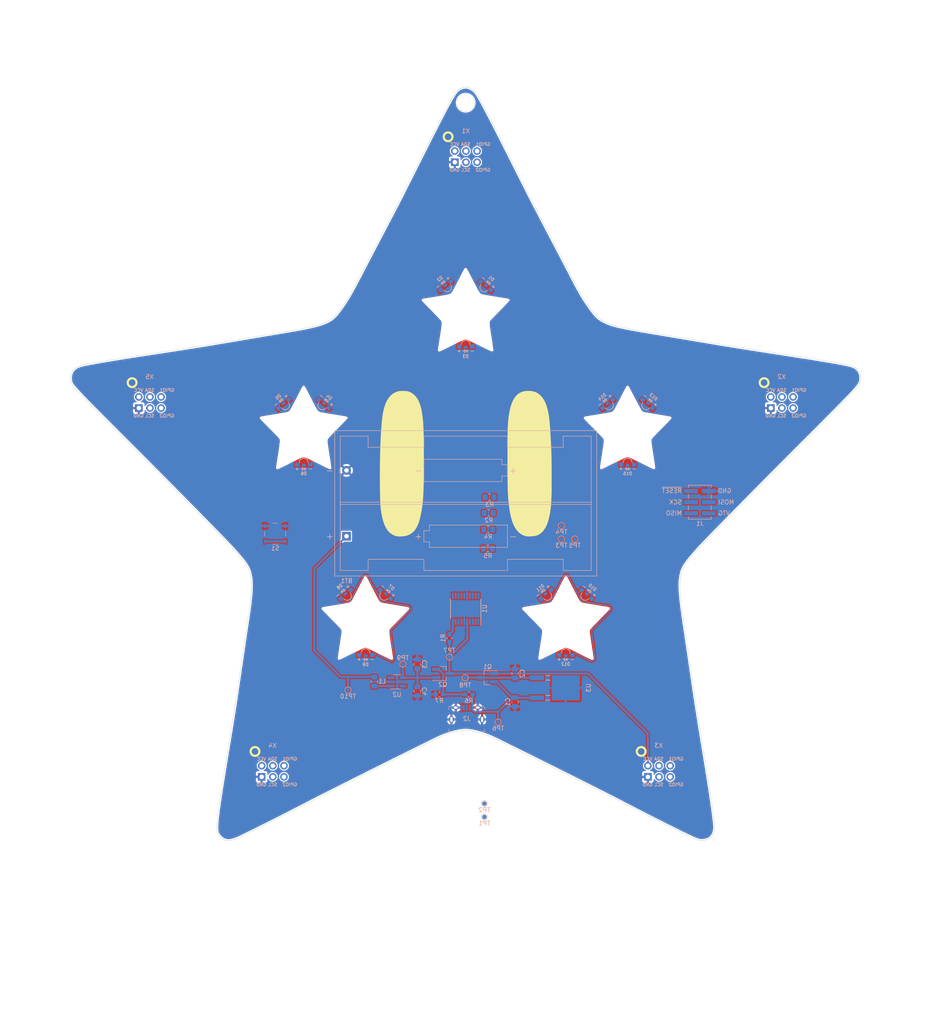
<source format=kicad_pcb>
(kicad_pcb (version 20171130) (host pcbnew 5.1.2)
  (layers (0 F.Cu signal hide) (31 B.Cu signal) (34 B.Paste user hide) (35 F.Paste user hide) (36 B.SilkS user) (37 F.SilkS user hide) (38 B.Mask user) (39 F.Mask user hide) (44 Edge.Cuts user))
  (net 0 "")
  (net 1 GND)
  (net 2 "Net-(BT1-Pad1)")
  (net 3 /V_USB)
  (net 4 /V_REG)
  (net 5 /V_BAT)
  (net 6 /R_LED_BUS)
  (net 7 /EN_RGB0)
  (net 8 /G_LED_BUS)
  (net 9 /B_LED_BUS)
  (net 10 /EN_RGB1)
  (net 11 /EN_RGB2)
  (net 12 /EN_RGB3)
  (net 13 /EN_RGB4)
  (net 14 /R_PWM__MISO)
  (net 15 /VBUS)
  (net 16 /SCL_SCK)
  (net 17 /SDA_MOSI)
  (net 18 /~RESET)
  (net 19 "Net-(L1-Pad2)")
  (net 20 "Net-(Q2-Pad2)")
  (net 21 /G_PWM)
  (net 22 /B_PWM)
  (net 23 /Button)
  (net 24 /GPIO_1_1)
  (net 25 /GPIO_1_2)
  (net 26 /GPIO_2_1)
  (net 27 /GPIO_2_2)
  (net 28 "Net-(J2-Pad2)")
  (net 29 "Net-(J2-Pad3)")
  (net 30 "Net-(U2-Pad3)")
  (net 31 "Net-(U2-Pad5)")
  (net 32 "Net-(X1-Pad6)")
  (net 33 "Net-(X1-Pad5)")
  (net 34 "Net-(X3-Pad6)")
  (net 35 "Net-(X3-Pad5)")
  (net 36 "Net-(X4-Pad6)")
  (net 37 "Net-(X4-Pad5)")
  (module Star_Badge:AP7363-33D-13 (layer B.Cu) (at 122.8 151 90)
    (fp_text reference U3 (at 0 5.2 90) (layer B.SilkS) (effects (justify mirror)))
    (fp_text value AP7363-33D-13 hide)
    (pad 3 smd rect (at 2.286 -6.5532 90) (size 1.1268 3.290799) (layers B.Cu B.Paste B.Mask) (net 4 /V_REG))
    (pad 2 smd rect (at 0 0 90) (size 5.6896 6.4008) (layers B.Cu B.Paste B.Mask) (net 1 GND))
    (pad 1 smd rect (at -2.286 -6.5532 90) (size 1.1268 3.290799) (layers B.Cu B.Paste B.Mask) (net 3 /V_USB))
  )
  (module digikey-footprints:USB_Micro_B_Female_10118194-0001LF (layer B.Cu) (at 100.25 155.5 180)
    (fp_text reference J2 (at 0 -2.55 180) (layer B.SilkS) (effects (justify mirror)))
    (fp_text value 10118194-0001LF)
    (pad SH thru_hole oval (at 3.5 -2.7 180) (size 1 1.55) (drill oval 0.5 1.15) (layers *.Cu *.Mask) (net 1 GND))
    (pad SH thru_hole oval (at -3.5 -2.7 180) (size 1 1.55) (drill oval 0.5 1.15) (layers *.Cu *.Mask) (net 1 GND))
    (pad SH thru_hole oval (at -2.5 0 180) (size 1.25 0.95) (drill oval 0.85 0.55) (layers *.Cu *.Mask) (net 1 GND))
    (pad SH thru_hole oval (at 2.5 0 180) (size 1.25 0.95) (drill oval 0.85 0.55) (layers *.Cu *.Mask) (net 1 GND))
    (pad 1 smd rect (at -1.3 0 180) (size 0.4 1.35) (layers B.Cu B.Paste B.Mask) (net 3 /V_USB))
    (pad 2 smd rect (at -0.65 0 180) (size 0.4 1.35) (layers B.Cu B.Paste B.Mask) (net 28 "Net-(J2-Pad2)"))
    (pad 5 smd rect (at 1.3 0 180) (size 0.4 1.35) (layers B.Cu B.Paste B.Mask) (net 1 GND))
    (pad 4 smd rect (at 0.65 0 180) (size 0.4 1.35) (layers B.Cu B.Paste B.Mask) (net 1 GND))
    (pad 3 smd rect (at 0 0 180) (size 0.4 1.35) (layers B.Cu B.Paste B.Mask) (net 29 "Net-(J2-Pad3)"))
  )
  (module Star_Badge:Badgelife-SAOv169-BADGE-2x3 (layer F.Cu) (at 100 30)
    (fp_text reference X1 (at 0 -5.842) (layer B.SilkS) (effects (justify mirror)))
    (fp_text value Badgelife_sao_connector_v169bis)
    (fp_text user GPIO1 (at 3.937 -2.794) (layer B.SilkS) (effects (font (size 0.75 0.75)) (justify mirror)))
    (fp_text user GPIO2 (at 3.937 3.048) (layer B.SilkS) (effects (font (size 0.75 0.75)) (justify mirror)))
    (fp_text user SCL (at 0 3.048) (layer B.SilkS) (effects (font (size 0.75 0.75)) (justify mirror)))
    (fp_text user SDA (at 0 -2.794) (layer B.SilkS) (effects (font (size 0.75 0.75)) (justify mirror)))
    (fp_text user GND (at -2.54 3.048) (layer B.SilkS) (effects (font (size 0.75 0.75)) (justify mirror)))
    (fp_text user VCC (at -2.54 -2.794) (layer B.SilkS) (effects (font (size 0.75 0.75)) (justify mirror)))
    (pad 2 thru_hole rect (at -2.48 1.29 270) (size 1.7272 1.7272) (drill 1.016) (layers *.Cu *.Mask) (net 1 GND))
    (pad 1 thru_hole oval (at -2.48 -1.25 270) (size 1.7272 1.7272) (drill 1.016) (layers *.Cu *.Mask) (net 15 /VBUS))
    (pad 4 thru_hole oval (at 0.06 1.29 270) (size 1.7272 1.7272) (drill 1.016) (layers *.Cu *.Mask) (net 16 /SCL_SCK))
    (pad 3 thru_hole oval (at 0.06 -1.25 270) (size 1.7272 1.7272) (drill 1.016) (layers *.Cu *.Mask) (net 17 /SDA_MOSI))
    (pad 6 thru_hole circle (at 2.6 1.29 270) (size 1.7272 1.7272) (drill 1.016) (layers *.Cu *.Mask) (net 32 "Net-(X1-Pad6)"))
    (pad 5 thru_hole circle (at 2.6 -1.25 270) (size 1.7272 1.7272) (drill 1.016) (layers *.Cu *.Mask) (net 33 "Net-(X1-Pad5)"))
  )
  (module Star_Badge:Badgelife-SAOv169-BADGE-2x3 (layer F.Cu) (at 28 86)
    (fp_text reference X5 (at 0 -5.842) (layer B.SilkS) (effects (justify mirror)))
    (fp_text value Badgelife_sao_connector_v169bis)
    (fp_text user GPIO1 (at 3.937 -2.794) (layer B.SilkS) (effects (font (size 0.75 0.75)) (justify mirror)))
    (fp_text user GPIO2 (at 3.937 3.048) (layer B.SilkS) (effects (font (size 0.75 0.75)) (justify mirror)))
    (fp_text user SCL (at 0 3.048) (layer B.SilkS) (effects (font (size 0.75 0.75)) (justify mirror)))
    (fp_text user SDA (at 0 -2.794) (layer B.SilkS) (effects (font (size 0.75 0.75)) (justify mirror)))
    (fp_text user GND (at -2.54 3.048) (layer B.SilkS) (effects (font (size 0.75 0.75)) (justify mirror)))
    (fp_text user VCC (at -2.54 -2.794) (layer B.SilkS) (effects (font (size 0.75 0.75)) (justify mirror)))
    (pad 2 thru_hole rect (at -2.48 1.29 270) (size 1.7272 1.7272) (drill 1.016) (layers *.Cu *.Mask) (net 1 GND))
    (pad 1 thru_hole oval (at -2.48 -1.25 270) (size 1.7272 1.7272) (drill 1.016) (layers *.Cu *.Mask) (net 15 /VBUS))
    (pad 4 thru_hole oval (at 0.06 1.29 270) (size 1.7272 1.7272) (drill 1.016) (layers *.Cu *.Mask) (net 16 /SCL_SCK))
    (pad 3 thru_hole oval (at 0.06 -1.25 270) (size 1.7272 1.7272) (drill 1.016) (layers *.Cu *.Mask) (net 17 /SDA_MOSI))
    (pad 6 thru_hole circle (at 2.6 1.29 270) (size 1.7272 1.7272) (drill 1.016) (layers *.Cu *.Mask) (net 27 /GPIO_2_2))
    (pad 5 thru_hole circle (at 2.6 -1.25 270) (size 1.7272 1.7272) (drill 1.016) (layers *.Cu *.Mask) (net 26 /GPIO_2_1))
  )
  (module Star_Badge:Badgelife-SAOv169-BADGE-2x3 (layer F.Cu) (at 56 170)
    (fp_text reference X4 (at 0 -5.842) (layer B.SilkS) (effects (justify mirror)))
    (fp_text value Badgelife_sao_connector_v169bis)
    (fp_text user GPIO1 (at 3.937 -2.794) (layer B.SilkS) (effects (font (size 0.75 0.75)) (justify mirror)))
    (fp_text user GPIO2 (at 3.937 3.048) (layer B.SilkS) (effects (font (size 0.75 0.75)) (justify mirror)))
    (fp_text user SCL (at 0 3.048) (layer B.SilkS) (effects (font (size 0.75 0.75)) (justify mirror)))
    (fp_text user SDA (at 0 -2.794) (layer B.SilkS) (effects (font (size 0.75 0.75)) (justify mirror)))
    (fp_text user GND (at -2.54 3.048) (layer B.SilkS) (effects (font (size 0.75 0.75)) (justify mirror)))
    (fp_text user VCC (at -2.54 -2.794) (layer B.SilkS) (effects (font (size 0.75 0.75)) (justify mirror)))
    (pad 2 thru_hole rect (at -2.48 1.29 270) (size 1.7272 1.7272) (drill 1.016) (layers *.Cu *.Mask) (net 1 GND))
    (pad 1 thru_hole oval (at -2.48 -1.25 270) (size 1.7272 1.7272) (drill 1.016) (layers *.Cu *.Mask) (net 15 /VBUS))
    (pad 4 thru_hole oval (at 0.06 1.29 270) (size 1.7272 1.7272) (drill 1.016) (layers *.Cu *.Mask) (net 16 /SCL_SCK))
    (pad 3 thru_hole oval (at 0.06 -1.25 270) (size 1.7272 1.7272) (drill 1.016) (layers *.Cu *.Mask) (net 17 /SDA_MOSI))
    (pad 6 thru_hole circle (at 2.6 1.29 270) (size 1.7272 1.7272) (drill 1.016) (layers *.Cu *.Mask) (net 36 "Net-(X4-Pad6)"))
    (pad 5 thru_hole circle (at 2.6 -1.25 270) (size 1.7272 1.7272) (drill 1.016) (layers *.Cu *.Mask) (net 37 "Net-(X4-Pad5)"))
  )
  (module Star_Badge:Badgelife-SAOv169-BADGE-2x3 (layer F.Cu) (at 144 170)
    (fp_text reference X3 (at 0 -5.842) (layer B.SilkS) (effects (justify mirror)))
    (fp_text value Badgelife_sao_connector_v169bis)
    (fp_text user GPIO1 (at 3.937 -2.794) (layer B.SilkS) (effects (font (size 0.75 0.75)) (justify mirror)))
    (fp_text user GPIO2 (at 3.937 3.048) (layer B.SilkS) (effects (font (size 0.75 0.75)) (justify mirror)))
    (fp_text user SCL (at 0 3.048) (layer B.SilkS) (effects (font (size 0.75 0.75)) (justify mirror)))
    (fp_text user SDA (at 0 -2.794) (layer B.SilkS) (effects (font (size 0.75 0.75)) (justify mirror)))
    (fp_text user GND (at -2.54 3.048) (layer B.SilkS) (effects (font (size 0.75 0.75)) (justify mirror)))
    (fp_text user VCC (at -2.54 -2.794) (layer B.SilkS) (effects (font (size 0.75 0.75)) (justify mirror)))
    (pad 2 thru_hole rect (at -2.48 1.29 270) (size 1.7272 1.7272) (drill 1.016) (layers *.Cu *.Mask) (net 1 GND))
    (pad 1 thru_hole oval (at -2.48 -1.25 270) (size 1.7272 1.7272) (drill 1.016) (layers *.Cu *.Mask) (net 15 /VBUS))
    (pad 4 thru_hole oval (at 0.06 1.29 270) (size 1.7272 1.7272) (drill 1.016) (layers *.Cu *.Mask) (net 16 /SCL_SCK))
    (pad 3 thru_hole oval (at 0.06 -1.25 270) (size 1.7272 1.7272) (drill 1.016) (layers *.Cu *.Mask) (net 17 /SDA_MOSI))
    (pad 6 thru_hole circle (at 2.6 1.29 270) (size 1.7272 1.7272) (drill 1.016) (layers *.Cu *.Mask) (net 34 "Net-(X3-Pad6)"))
    (pad 5 thru_hole circle (at 2.6 -1.25 270) (size 1.7272 1.7272) (drill 1.016) (layers *.Cu *.Mask) (net 35 "Net-(X3-Pad5)"))
  )
  (module Star_Badge:Badgelife-SAOv169-BADGE-2x3 (layer F.Cu) (at 172 86)
    (fp_text reference X2 (at 0 -5.842) (layer B.SilkS) (effects (justify mirror)))
    (fp_text value Badgelife_sao_connector_v169bis)
    (fp_text user GPIO1 (at 3.937 -2.794) (layer B.SilkS) (effects (font (size 0.75 0.75)) (justify mirror)))
    (fp_text user GPIO2 (at 3.937 3.048) (layer B.SilkS) (effects (font (size 0.75 0.75)) (justify mirror)))
    (fp_text user SCL (at 0 3.048) (layer B.SilkS) (effects (font (size 0.75 0.75)) (justify mirror)))
    (fp_text user SDA (at 0 -2.794) (layer B.SilkS) (effects (font (size 0.75 0.75)) (justify mirror)))
    (fp_text user GND (at -2.54 3.048) (layer B.SilkS) (effects (font (size 0.75 0.75)) (justify mirror)))
    (fp_text user VCC (at -2.54 -2.794) (layer B.SilkS) (effects (font (size 0.75 0.75)) (justify mirror)))
    (pad 2 thru_hole rect (at -2.48 1.29 270) (size 1.7272 1.7272) (drill 1.016) (layers *.Cu *.Mask) (net 1 GND))
    (pad 1 thru_hole oval (at -2.48 -1.25 270) (size 1.7272 1.7272) (drill 1.016) (layers *.Cu *.Mask) (net 15 /VBUS))
    (pad 4 thru_hole oval (at 0.06 1.29 270) (size 1.7272 1.7272) (drill 1.016) (layers *.Cu *.Mask) (net 16 /SCL_SCK))
    (pad 3 thru_hole oval (at 0.06 -1.25 270) (size 1.7272 1.7272) (drill 1.016) (layers *.Cu *.Mask) (net 17 /SDA_MOSI))
    (pad 6 thru_hole circle (at 2.6 1.29 270) (size 1.7272 1.7272) (drill 1.016) (layers *.Cu *.Mask) (net 25 /GPIO_1_2))
    (pad 5 thru_hole circle (at 2.6 -1.25 270) (size 1.7272 1.7272) (drill 1.016) (layers *.Cu *.Mask) (net 24 /GPIO_1_1))
  )
  (module Star_Badge:F.Silk_g6460 (layer F.Cu) (at 100 100)
    (fp_text reference G*** hide)
    (fp_text value LOGO hide)
  )
  (module Star_Badge:F.Mask_g6458 (layer F.Cu) (at 100 100)
    (fp_text reference G*** hide)
    (fp_text value LOGO hide)
  )
  (module Star_Badge:B.Mask_g6452 (layer F.Cu) (at 100 100)
    (fp_text reference G*** hide)
    (fp_text value LOGO hide)
  )
  (module Star_Badge:AVR_ISP_2x3_P2.54mm_SMD (layer B.Cu) (at 153.35 108.725)
    (fp_text reference J1 (at 0 4.87) (layer B.SilkS) (effects (justify mirror)))
    (fp_text value AVR-ISP-6)
    (fp_text user MISO (at -5.9 2.5) (layer B.SilkS) (effects (justify mirror)))
    (fp_text user SCK (at -5.6 0) (layer B.SilkS) (effects (justify mirror)))
    (fp_text user ~RESET (at -6.4 -2.6) (layer B.SilkS) (effects (justify mirror)))
    (fp_text user VTG (at 5.55 2.5) (layer B.SilkS) (effects (justify mirror)))
    (fp_text user MOSI (at 6 0) (layer B.SilkS) (effects (justify mirror)))
    (fp_text user GND (at 5.65 -2.6) (layer B.SilkS) (effects (justify mirror)))
    (pad 1 smd rect (at -2.025 2.54) (size 3.15 1) (layers B.Cu B.Mask) (net 14 /R_PWM__MISO))
    (pad 2 smd rect (at 2.025 2.54) (size 3.15 1) (layers B.Cu B.Mask) (net 15 /VBUS))
    (pad 3 smd rect (at -2.025 0) (size 3.15 1) (layers B.Cu B.Mask) (net 16 /SCL_SCK))
    (pad 4 smd rect (at 2.025 0) (size 3.15 1) (layers B.Cu B.Mask) (net 17 /SDA_MOSI))
    (pad 5 smd rect (at -2.025 -2.54) (size 3.15 1) (layers B.Cu B.Mask) (net 18 /~RESET))
    (pad 6 smd rect (at 2.025 -2.54) (size 3.15 1) (layers B.Cu B.Mask) (net 1 GND))
  )
  (module digikey-footprints:Switch_Tactile_SMD_4.5x4.5mm_TL3315NF160Q (layer B.Cu) (at 56.6 115.9)
    (fp_text reference S1 (at 0 3.31) (layer B.SilkS) (effects (justify mirror)))
    (fp_text value TL3315NF160Q)
    (pad 4 smd rect (at 2.125 -1.75) (size 0.5 0.7) (layers B.Cu B.Paste B.Mask) (net 1 GND))
    (pad 3 smd rect (at -2.125 -1.75) (size 0.5 0.7) (layers B.Cu B.Paste B.Mask) (net 1 GND))
    (pad 2 smd rect (at 2.125 1.75) (size 0.5 0.7) (layers B.Cu B.Paste B.Mask) (net 23 /Button))
    (pad 1 smd rect (at -2.125 1.75) (size 0.5 0.7) (layers B.Cu B.Paste B.Mask) (net 23 /Button))
    (pad 2 smd rect (at 2.475 1.75) (size 0.2 1.1) (layers B.Cu B.Paste B.Mask) (net 23 /Button))
    (pad 3 smd rect (at -2.475 -1.75) (size 0.2 1.1) (layers B.Cu B.Paste B.Mask) (net 1 GND))
    (pad 4 smd rect (at 2.475 -1.75) (size 0.2 1.1) (layers B.Cu B.Paste B.Mask) (net 1 GND))
    (pad 1 smd rect (at -2.475 1.75) (size 0.2 1.1) (layers B.Cu B.Paste B.Mask) (net 23 /Button))
  )
  (module Package_SO:TSSOP-20_4.4x6.5mm_P0.65mm (layer B.Cu) (at 100 133 90)
    (fp_text reference U1 (at 0 4.3 90) (layer B.SilkS) (effects (justify mirror)))
    (fp_text value "ATTINY861-15XD ")
    (pad 20 smd rect (at 2.95 2.925 90) (size 1.45 0.45) (layers B.Cu B.Paste B.Mask) (net 24 /GPIO_1_1))
    (pad 19 smd rect (at 2.95 2.275 90) (size 1.45 0.45) (layers B.Cu B.Paste B.Mask) (net 25 /GPIO_1_2))
    (pad 18 smd rect (at 2.95 1.625 90) (size 1.45 0.45) (layers B.Cu B.Paste B.Mask) (net 26 /GPIO_2_1))
    (pad 17 smd rect (at 2.95 0.975 90) (size 1.45 0.45) (layers B.Cu B.Paste B.Mask) (net 7 /EN_RGB0))
    (pad 16 smd rect (at 2.95 0.325 90) (size 1.45 0.45) (layers B.Cu B.Paste B.Mask) (net 1 GND))
    (pad 15 smd rect (at 2.95 -0.325 90) (size 1.45 0.45) (layers B.Cu B.Paste B.Mask) (net 15 /VBUS))
    (pad 14 smd rect (at 2.95 -0.975 90) (size 1.45 0.45) (layers B.Cu B.Paste B.Mask) (net 10 /EN_RGB1))
    (pad 13 smd rect (at 2.95 -1.625 90) (size 1.45 0.45) (layers B.Cu B.Paste B.Mask) (net 11 /EN_RGB2))
    (pad 12 smd rect (at 2.95 -2.275 90) (size 1.45 0.45) (layers B.Cu B.Paste B.Mask) (net 12 /EN_RGB3))
    (pad 11 smd rect (at 2.95 -2.925 90) (size 1.45 0.45) (layers B.Cu B.Paste B.Mask) (net 13 /EN_RGB4))
    (pad 10 smd rect (at -2.95 -2.925 90) (size 1.45 0.45) (layers B.Cu B.Paste B.Mask) (net 18 /~RESET))
    (pad 9 smd rect (at -2.95 -2.275 90) (size 1.45 0.45) (layers B.Cu B.Paste B.Mask) (net 23 /Button))
    (pad 8 smd rect (at -2.95 -1.625 90) (size 1.45 0.45) (layers B.Cu B.Paste B.Mask) (net 22 /B_PWM))
    (pad 7 smd rect (at -2.95 -0.975 90) (size 1.45 0.45) (layers B.Cu B.Paste B.Mask) (net 27 /GPIO_2_2))
    (pad 6 smd rect (at -2.95 -0.325 90) (size 1.45 0.45) (layers B.Cu B.Paste B.Mask) (net 1 GND))
    (pad 5 smd rect (at -2.95 0.325 90) (size 1.45 0.45) (layers B.Cu B.Paste B.Mask) (net 15 /VBUS))
    (pad 4 smd rect (at -2.95 0.975 90) (size 1.45 0.45) (layers B.Cu B.Paste B.Mask) (net 21 /G_PWM))
    (pad 3 smd rect (at -2.95 1.625 90) (size 1.45 0.45) (layers B.Cu B.Paste B.Mask) (net 16 /SCL_SCK))
    (pad 2 smd rect (at -2.95 2.275 90) (size 1.45 0.45) (layers B.Cu B.Paste B.Mask) (net 14 /R_PWM__MISO))
    (pad 1 smd rect (at -2.95 2.925 90) (size 1.45 0.45) (layers B.Cu B.Paste B.Mask) (net 17 /SDA_MOSI))
  )
  (module Resistor_SMD:R_0603_1608Metric_Pad1.05x0.95mm_HandSolder (layer B.Cu) (at 94 152.5)
    (fp_text reference R7 (at 0 1.43) (layer B.SilkS) (effects (justify mirror)))
    (fp_text value 6K8)
    (pad 2 smd roundrect (at 0.875 0) (size 1.05 0.95) (layers B.Cu B.Paste B.Mask) (net 20 "Net-(Q2-Pad2)"))
    (pad 1 smd roundrect (at -0.875 0) (size 1.05 0.95) (layers B.Cu B.Paste B.Mask) (net 1 GND))
  )
  (module Resistor_SMD:R_0603_1608Metric_Pad1.05x0.95mm_HandSolder (layer B.Cu) (at 100.7 152.5)
    (fp_text reference R6 (at 0 1.43) (layer B.SilkS) (effects (justify mirror)))
    (fp_text value 4K7)
    (pad 2 smd roundrect (at 0.875 0) (size 1.05 0.95) (layers B.Cu B.Paste B.Mask) (net 3 /V_USB))
    (pad 1 smd roundrect (at -0.875 0) (size 1.05 0.95) (layers B.Cu B.Paste B.Mask) (net 20 "Net-(Q2-Pad2)"))
  )
  (module Resistor_SMD:R_0805_2012Metric_Pad1.15x1.40mm_HandSolder (layer B.Cu) (at 105.06025 119.29)
    (fp_text reference R5 (at 0 1.65) (layer B.SilkS) (effects (justify mirror)))
    (fp_text value 50R)
    (pad 2 smd roundrect (at 1.025 0) (size 1.15 1.4) (layers B.Cu B.Paste B.Mask) (roundrect_rratio 0.217391) (net 22 /B_PWM))
    (pad 1 smd roundrect (at -1.025 0) (size 1.15 1.4) (layers B.Cu B.Paste B.Mask) (roundrect_rratio 0.217391) (net 9 /B_LED_BUS))
  )
  (module Resistor_SMD:R_0805_2012Metric_Pad1.15x1.40mm_HandSolder (layer B.Cu) (at 105.125 114.95)
    (fp_text reference R4 (at 0 1.65) (layer B.SilkS) (effects (justify mirror)))
    (fp_text value 50R)
    (pad 2 smd roundrect (at 1.025 0) (size 1.15 1.4) (layers B.Cu B.Paste B.Mask) (roundrect_rratio 0.217391) (net 22 /B_PWM))
    (pad 1 smd roundrect (at -1.025 0) (size 1.15 1.4) (layers B.Cu B.Paste B.Mask) (roundrect_rratio 0.217391) (net 9 /B_LED_BUS))
  )
  (module Resistor_SMD:R_0805_2012Metric_Pad1.15x1.40mm_HandSolder (layer B.Cu) (at 105.45 107.6)
    (fp_text reference R3 (at 0 1.65) (layer B.SilkS) (effects (justify mirror)))
    (fp_text value 100R)
    (pad 2 smd roundrect (at 1.025 0) (size 1.15 1.4) (layers B.Cu B.Paste B.Mask) (roundrect_rratio 0.217391) (net 21 /G_PWM))
    (pad 1 smd roundrect (at -1.025 0) (size 1.15 1.4) (layers B.Cu B.Paste B.Mask) (roundrect_rratio 0.217391) (net 8 /G_LED_BUS))
  )
  (module Resistor_SMD:R_0805_2012Metric_Pad1.15x1.40mm_HandSolder (layer B.Cu) (at 105.25 111.2)
    (fp_text reference R2 (at 0 1.65) (layer B.SilkS) (effects (justify mirror)))
    (fp_text value 50R)
    (pad 2 smd roundrect (at 1.025 0) (size 1.15 1.4) (layers B.Cu B.Paste B.Mask) (roundrect_rratio 0.217391) (net 14 /R_PWM__MISO))
    (pad 1 smd roundrect (at -1.025 0) (size 1.15 1.4) (layers B.Cu B.Paste B.Mask) (roundrect_rratio 0.217391) (net 6 /R_LED_BUS))
  )
  (module Resistor_SMD:R_0603_1608Metric_Pad1.05x0.95mm_HandSolder (layer B.Cu) (at 96.3 139.7 270)
    (fp_text reference R1 (at 0 1.43 90) (layer B.SilkS) (effects (justify mirror)))
    (fp_text value 6K8)
    (pad 2 smd roundrect (at 0.875 0 270) (size 1.05 0.95) (layers B.Cu B.Paste B.Mask) (net 15 /VBUS))
    (pad 1 smd roundrect (at -0.875 0 270) (size 1.05 0.95) (layers B.Cu B.Paste B.Mask) (net 18 /~RESET))
  )
  (module Package_TO_SOT_SMD:SOT-23_Handsoldering (layer B.Cu) (at 94.8 147.75)
    (fp_text reference Q2 (at 0 2.5) (layer B.SilkS) (effects (justify mirror)))
    (fp_text value Q_PMOS_DGS)
    (pad 3 smd rect (at 1.5 0) (size 1.9 0.8) (layers B.Cu B.Paste B.Mask) (net 15 /VBUS))
    (pad 2 smd rect (at -1.5 -0.95) (size 1.9 0.8) (layers B.Cu B.Paste B.Mask) (net 20 "Net-(Q2-Pad2)"))
    (pad 1 smd rect (at -1.5 0.95) (size 1.9 0.8) (layers B.Cu B.Paste B.Mask) (net 5 /V_BAT))
  )
  (module Package_TO_SOT_SMD:SOT-23_Handsoldering (layer B.Cu) (at 104.95 148.7 180)
    (fp_text reference Q1 (at 0 2.5) (layer B.SilkS) (effects (justify mirror)))
    (fp_text value Q_NMOS_DGS)
    (pad 3 smd rect (at 1.5 0 180) (size 1.9 0.8) (layers B.Cu B.Paste B.Mask) (net 4 /V_REG))
    (pad 2 smd rect (at -1.5 -0.95 180) (size 1.9 0.8) (layers B.Cu B.Paste B.Mask) (net 3 /V_USB))
    (pad 1 smd rect (at -1.5 0.95 180) (size 1.9 0.8) (layers B.Cu B.Paste B.Mask) (net 15 /VBUS))
  )
  (module Inductor_SMD:L_0805_2012Metric_Pad1.15x1.40mm_HandSolder (layer B.Cu) (at 79.2 149.6 270)
    (fp_text reference L1 (at -0.05 -1.75 180) (layer B.SilkS) (effects (justify mirror)))
    (fp_text value 4.7uH)
    (pad 2 smd roundrect (at 1.025 0 270) (size 1.15 1.4) (layers B.Cu B.Paste B.Mask) (roundrect_rratio 0.217391) (net 19 "Net-(L1-Pad2)"))
    (pad 1 smd roundrect (at -1.025 0 270) (size 1.15 1.4) (layers B.Cu B.Paste B.Mask) (roundrect_rratio 0.217391) (net 2 "Net-(BT1-Pad1)"))
  )
  (module Star_Badge:1204_SIDE_VIEW_LED (layer B.Cu) (at 136.9 100.1 180)
    (fp_text reference D15 (at 0 -2.1) (layer B.SilkS) (effects (font (size 0.7 0.7)) (justify mirror)))
    (fp_text value B_LED)
    (pad "" smd roundrect (at 0 -0.2 180) (size 0.8 0.6) (layers B.Cu B.Paste B.Mask) (roundrect_rratio 0.1))
    (pad 2 smd roundrect (at 1.5 -0.05 180) (size 1 0.9) (layers B.Cu B.Paste B.Mask) (roundrect_rratio 0.1) (net 9 /B_LED_BUS))
    (pad 1 smd roundrect (at -1.5 -0.05 180) (size 1 0.9) (layers B.Cu B.Paste B.Mask) (roundrect_rratio 0.1) (net 13 /EN_RGB4))
  )
  (module Star_Badge:1204_SIDE_VIEW_LED (layer B.Cu) (at 132.4 86.35 40)
    (fp_text reference D14 (at 0.032602 -2.061295 40) (layer B.SilkS) (effects (font (size 0.7 0.7)) (justify mirror)))
    (fp_text value G_LED)
    (pad "" smd roundrect (at 0 -0.2 40) (size 0.8 0.6) (layers B.Cu B.Paste B.Mask) (roundrect_rratio 0.1))
    (pad 2 smd roundrect (at 1.5 -0.05 40) (size 1 0.9) (layers B.Cu B.Paste B.Mask) (roundrect_rratio 0.1) (net 8 /G_LED_BUS))
    (pad 1 smd roundrect (at -1.5 -0.05 40) (size 1 0.9) (layers B.Cu B.Paste B.Mask) (roundrect_rratio 0.1) (net 13 /EN_RGB4))
  )
  (module Star_Badge:1204_SIDE_VIEW_LED (layer B.Cu) (at 141.4 86.35 320)
    (fp_text reference D13 (at 0.044002 -2.125574 320) (layer B.SilkS) (effects (font (size 0.7 0.7)) (justify mirror)))
    (fp_text value R_LED)
    (pad "" smd roundrect (at 0 -0.2 320) (size 0.8 0.6) (layers B.Cu B.Paste B.Mask) (roundrect_rratio 0.1))
    (pad 2 smd roundrect (at 1.5 -0.05 320) (size 1 0.9) (layers B.Cu B.Paste B.Mask) (roundrect_rratio 0.1) (net 6 /R_LED_BUS))
    (pad 1 smd roundrect (at -1.5 -0.05 320) (size 1 0.9) (layers B.Cu B.Paste B.Mask) (roundrect_rratio 0.1) (net 13 /EN_RGB4))
  )
  (module Star_Badge:1204_SIDE_VIEW_LED (layer B.Cu) (at 122.8 143.5 180)
    (fp_text reference D12 (at 0 -2.1) (layer B.SilkS) (effects (font (size 0.7 0.7)) (justify mirror)))
    (fp_text value B_LED)
    (pad "" smd roundrect (at 0 -0.2 180) (size 0.8 0.6) (layers B.Cu B.Paste B.Mask) (roundrect_rratio 0.1))
    (pad 2 smd roundrect (at 1.5 -0.05 180) (size 1 0.9) (layers B.Cu B.Paste B.Mask) (roundrect_rratio 0.1) (net 9 /B_LED_BUS))
    (pad 1 smd roundrect (at -1.5 -0.05 180) (size 1 0.9) (layers B.Cu B.Paste B.Mask) (roundrect_rratio 0.1) (net 12 /EN_RGB3))
  )
  (module Star_Badge:1204_SIDE_VIEW_LED (layer B.Cu) (at 118.3 129.75 40)
    (fp_text reference D11 (at -0.031676 -1.984691 40) (layer B.SilkS) (effects (font (size 0.7 0.7)) (justify mirror)))
    (fp_text value G_LED)
    (pad 1 smd roundrect (at -1.5 -0.05 40) (size 1 0.9) (layers B.Cu B.Paste B.Mask) (roundrect_rratio 0.1) (net 12 /EN_RGB3))
    (pad 2 smd roundrect (at 1.5 -0.05 40) (size 1 0.9) (layers B.Cu B.Paste B.Mask) (roundrect_rratio 0.1) (net 8 /G_LED_BUS))
    (pad "" smd roundrect (at 0 -0.2 40) (size 0.8 0.6) (layers B.Cu B.Paste B.Mask) (roundrect_rratio 0.1))
  )
  (module Star_Badge:1204_SIDE_VIEW_LED (layer B.Cu) (at 127.5 129.75 320)
    (fp_text reference D10 (at 0.044002 -2.125574 320) (layer B.SilkS) (effects (font (size 0.7 0.7)) (justify mirror)))
    (fp_text value R_LED)
    (pad "" smd roundrect (at 0 -0.2 320) (size 0.8 0.6) (layers B.Cu B.Paste B.Mask) (roundrect_rratio 0.1))
    (pad 2 smd roundrect (at 1.5 -0.05 320) (size 1 0.9) (layers B.Cu B.Paste B.Mask) (roundrect_rratio 0.1) (net 6 /R_LED_BUS))
    (pad 1 smd roundrect (at -1.5 -0.05 320) (size 1 0.9) (layers B.Cu B.Paste B.Mask) (roundrect_rratio 0.1) (net 12 /EN_RGB3))
  )
  (module Star_Badge:1204_SIDE_VIEW_LED (layer B.Cu) (at 77.2 143.5 180)
    (fp_text reference D9 (at 0 -2.2) (layer B.SilkS) (effects (font (size 0.7 0.7)) (justify mirror)))
    (fp_text value B_LED)
    (pad "" smd roundrect (at 0 -0.2 180) (size 0.8 0.6) (layers B.Cu B.Paste B.Mask) (roundrect_rratio 0.1))
    (pad 2 smd roundrect (at 1.5 -0.05 180) (size 1 0.9) (layers B.Cu B.Paste B.Mask) (roundrect_rratio 0.1) (net 9 /B_LED_BUS))
    (pad 1 smd roundrect (at -1.5 -0.05 180) (size 1 0.9) (layers B.Cu B.Paste B.Mask) (roundrect_rratio 0.1) (net 11 /EN_RGB2))
  )
  (module Star_Badge:1204_SIDE_VIEW_LED (layer B.Cu) (at 72.7 129.75 40)
    (fp_text reference D8 (at 0.084555 -2.278783 40) (layer B.SilkS) (effects (font (size 0.7 0.7)) (justify mirror)))
    (fp_text value G_LED)
    (pad "" smd roundrect (at 0 -0.2 40) (size 0.8 0.6) (layers B.Cu B.Paste B.Mask) (roundrect_rratio 0.1))
    (pad 2 smd roundrect (at 1.5 -0.05 40) (size 1 0.9) (layers B.Cu B.Paste B.Mask) (roundrect_rratio 0.1) (net 8 /G_LED_BUS))
    (pad 1 smd roundrect (at -1.5 -0.05 40) (size 1 0.9) (layers B.Cu B.Paste B.Mask) (roundrect_rratio 0.1) (net 11 /EN_RGB2))
  )
  (module Star_Badge:1204_SIDE_VIEW_LED (layer B.Cu) (at 81.7 129.75 320)
    (fp_text reference D7 (at 0.044002 -2.125574 320) (layer B.SilkS) (effects (font (size 0.7 0.7)) (justify mirror)))
    (fp_text value R_LED)
    (pad "" smd roundrect (at 0 -0.2 320) (size 0.8 0.6) (layers B.Cu B.Paste B.Mask) (roundrect_rratio 0.1))
    (pad 2 smd roundrect (at 1.5 -0.05 320) (size 1 0.9) (layers B.Cu B.Paste B.Mask) (roundrect_rratio 0.1) (net 6 /R_LED_BUS))
    (pad 1 smd roundrect (at -1.5 -0.05 320) (size 1 0.9) (layers B.Cu B.Paste B.Mask) (roundrect_rratio 0.1) (net 11 /EN_RGB2))
  )
  (module Star_Badge:1204_SIDE_VIEW_LED (layer B.Cu) (at 63.1 100.1 180)
    (fp_text reference D6 (at 0 -2.1) (layer B.SilkS) (effects (font (size 0.7 0.7)) (justify mirror)))
    (fp_text value B_LED)
    (pad "" smd roundrect (at 0 -0.2 180) (size 0.8 0.6) (layers B.Cu B.Paste B.Mask) (roundrect_rratio 0.1))
    (pad 2 smd roundrect (at 1.5 -0.05 180) (size 1 0.9) (layers B.Cu B.Paste B.Mask) (roundrect_rratio 0.1) (net 9 /B_LED_BUS))
    (pad 1 smd roundrect (at -1.5 -0.05 180) (size 1 0.9) (layers B.Cu B.Paste B.Mask) (roundrect_rratio 0.1) (net 10 /EN_RGB1))
  )
  (module Star_Badge:1204_SIDE_VIEW_LED (layer B.Cu) (at 58.6 86.35 40)
    (fp_text reference D5 (at 0.032602 -2.061295 40) (layer B.SilkS) (effects (font (size 0.7 0.7)) (justify mirror)))
    (fp_text value G_LED)
    (pad "" smd roundrect (at 0 -0.2 40) (size 0.8 0.6) (layers B.Cu B.Paste B.Mask) (roundrect_rratio 0.1))
    (pad 2 smd roundrect (at 1.5 -0.05 40) (size 1 0.9) (layers B.Cu B.Paste B.Mask) (roundrect_rratio 0.1) (net 8 /G_LED_BUS))
    (pad 1 smd roundrect (at -1.5 -0.05 40) (size 1 0.9) (layers B.Cu B.Paste B.Mask) (roundrect_rratio 0.1) (net 10 /EN_RGB1))
  )
  (module Star_Badge:1204_SIDE_VIEW_LED (layer B.Cu) (at 67.6 86.35 320)
    (fp_text reference D4 (at 0.031676 -1.984691 320) (layer B.SilkS) (effects (font (size 0.7 0.7)) (justify mirror)))
    (fp_text value R_LED)
    (pad "" smd roundrect (at 0 -0.2 320) (size 0.8 0.6) (layers B.Cu B.Paste B.Mask) (roundrect_rratio 0.1))
    (pad 2 smd roundrect (at 1.5 -0.05 320) (size 1 0.9) (layers B.Cu B.Paste B.Mask) (roundrect_rratio 0.1) (net 6 /R_LED_BUS))
    (pad 1 smd roundrect (at -1.5 -0.05 320) (size 1 0.9) (layers B.Cu B.Paste B.Mask) (roundrect_rratio 0.1) (net 10 /EN_RGB1))
  )
  (module Star_Badge:1204_SIDE_VIEW_LED (layer B.Cu) (at 100 73.25 180)
    (fp_text reference D3 (at 0 -2.25) (layer B.SilkS) (effects (font (size 0.7 0.7)) (justify mirror)))
    (fp_text value B_LED)
    (pad "" smd roundrect (at 0 -0.2 180) (size 0.8 0.6) (layers B.Cu B.Paste B.Mask) (roundrect_rratio 0.1))
    (pad 2 smd roundrect (at 1.5 -0.05 180) (size 1 0.9) (layers B.Cu B.Paste B.Mask) (roundrect_rratio 0.1) (net 9 /B_LED_BUS))
    (pad 1 smd roundrect (at -1.5 -0.05 180) (size 1 0.9) (layers B.Cu B.Paste B.Mask) (roundrect_rratio 0.1) (net 7 /EN_RGB0))
  )
  (module Star_Badge:1204_SIDE_VIEW_LED (layer B.Cu) (at 95.5 59.5 40)
    (fp_text reference D2 (at 0 -2.12132 40) (layer B.SilkS) (effects (font (size 0.7 0.7)) (justify mirror)))
    (fp_text value G_LED)
    (pad "" smd roundrect (at 0 -0.2 40) (size 0.8 0.6) (layers B.Cu B.Paste B.Mask) (roundrect_rratio 0.1))
    (pad 2 smd roundrect (at 1.5 -0.05 40) (size 1 0.9) (layers B.Cu B.Paste B.Mask) (roundrect_rratio 0.1) (net 8 /G_LED_BUS))
    (pad 1 smd roundrect (at -1.5 -0.05 40) (size 1 0.9) (layers B.Cu B.Paste B.Mask) (roundrect_rratio 0.1) (net 7 /EN_RGB0))
  )
  (module Star_Badge:1204_SIDE_VIEW_LED (layer B.Cu) (at 104.5 59.5 320)
    (fp_text reference D1 (at -0.059752 -2.208869 320) (layer B.SilkS) (effects (font (size 0.7 0.7)) (justify mirror)))
    (fp_text value R_LED)
    (pad "" smd roundrect (at 0 -0.2 320) (size 0.8 0.6) (layers B.Cu B.Paste B.Mask) (roundrect_rratio 0.1))
    (pad 2 smd roundrect (at 1.5 -0.05 320) (size 1 0.9) (layers B.Cu B.Paste B.Mask) (roundrect_rratio 0.1) (net 6 /R_LED_BUS))
    (pad 1 smd roundrect (at -1.5 -0.05 320) (size 1 0.9) (layers B.Cu B.Paste B.Mask) (roundrect_rratio 0.1) (net 7 /EN_RGB0))
  )
  (module Capacitor_SMD:C_0805_2012Metric_Pad1.15x1.40mm_HandSolder (layer B.Cu) (at 89 151.8 270)
    (fp_text reference C4 (at 0 -1.65 90) (layer B.SilkS) (effects (justify mirror)))
    (fp_text value 10uF)
    (pad 2 smd roundrect (at 1.025 0 270) (size 1.15 1.4) (layers B.Cu B.Paste B.Mask) (roundrect_rratio 0.217391) (net 1 GND))
    (pad 1 smd roundrect (at -1.025 0 270) (size 1.15 1.4) (layers B.Cu B.Paste B.Mask) (roundrect_rratio 0.217391) (net 5 /V_BAT))
  )
  (module Capacitor_SMD:C_0805_2012Metric_Pad1.15x1.40mm_HandSolder (layer B.Cu) (at 89 145.6 90)
    (fp_text reference C3 (at 0 1.65 90) (layer B.SilkS) (effects (justify mirror)))
    (fp_text value 10uF)
    (pad 2 smd roundrect (at 1.025 0 90) (size 1.15 1.4) (layers B.Cu B.Paste B.Mask) (roundrect_rratio 0.217391) (net 1 GND))
    (pad 1 smd roundrect (at -1.025 0 90) (size 1.15 1.4) (layers B.Cu B.Paste B.Mask) (roundrect_rratio 0.217391) (net 5 /V_BAT))
  )
  (module Capacitor_SMD:C_0805_2012Metric_Pad1.15x1.40mm_HandSolder (layer B.Cu) (at 111.25 147.75 90)
    (fp_text reference C2 (at 0 1.65 90) (layer B.SilkS) (effects (justify mirror)))
    (fp_text value 10uF)
    (pad 2 smd roundrect (at 1.025 0 90) (size 1.15 1.4) (layers B.Cu B.Paste B.Mask) (roundrect_rratio 0.217391) (net 1 GND))
    (pad 1 smd roundrect (at -1.025 0 90) (size 1.15 1.4) (layers B.Cu B.Paste B.Mask) (roundrect_rratio 0.217391) (net 4 /V_REG))
  )
  (module Capacitor_SMD:C_0805_2012Metric_Pad1.15x1.40mm_HandSolder (layer B.Cu) (at 111.25 154.25 270)
    (fp_text reference C1 (at 0 1.65 90) (layer B.SilkS) (effects (justify mirror)))
    (fp_text value 10uF)
    (pad 2 smd roundrect (at 1.025 0 270) (size 1.15 1.4) (layers B.Cu B.Paste B.Mask) (roundrect_rratio 0.217391) (net 1 GND))
    (pad 1 smd roundrect (at -1.025 0 270) (size 1.15 1.4) (layers B.Cu B.Paste B.Mask) (roundrect_rratio 0.217391) (net 3 /V_USB))
  )
  (module Star_Badge:BatteryHolder_Keystone_2462_2xAA (layer B.Cu) (at 72.85 116.475)
    (fp_text reference BT1 (at 0 10.16 180) (layer B.SilkS) (effects (justify mirror)))
    (fp_text value Battery)
    (fp_text user - (at 37.945 0) (layer B.SilkS) (effects (font (size 1.5 1.5)) (justify mirror)))
    (fp_text user + (at 16.355 0) (layer B.SilkS) (effects (font (size 1.5 1.5)) (justify mirror)))
    (fp_text user + (at 37.945 -14.99) (layer B.SilkS) (effects (font (size 1.5 1.5)) (justify mirror)))
    (fp_text user - (at 16.355 -14.99) (layer B.SilkS) (effects (font (size 1.5 1.5)) (justify mirror)))
    (fp_text user + (at -3.81 0) (layer B.SilkS) (effects (font (size 1.5 1.5)) (justify mirror)))
    (fp_text user - (at -3.81 -14.99) (layer B.SilkS) (effects (font (size 1.5 1.5)) (justify mirror)))
    (pad 1 thru_hole rect (at 0 0) (size 2 2) (drill 1.02) (layers *.Cu *.Mask) (net 2 "Net-(BT1-Pad1)"))
    (pad 2 thru_hole circle (at 0 -14.99) (size 2 2) (drill 1.02) (layers *.Cu *.Mask) (net 1 GND))
  )
  (module Package_TO_SOT_SMD:SOT-23-5_HandSoldering (layer B.Cu) (at 84.35 149.65)
    (fp_text reference U2 (at 0 2.9) (layer B.SilkS) (effects (justify mirror)))
    (fp_text value TPS613221ADBVT)
    (pad 1 smd rect (at -1.35 0.95) (size 1.56 0.65) (layers B.Cu B.Paste B.Mask) (net 19 "Net-(L1-Pad2)"))
    (pad 2 smd rect (at -1.35 0) (size 1.56 0.65) (layers B.Cu B.Paste B.Mask) (net 1 GND))
    (pad 3 smd rect (at -1.35 -0.95) (size 1.56 0.65) (layers B.Cu B.Paste B.Mask) (net 30 "Net-(U2-Pad3)"))
    (pad 4 smd rect (at 1.35 -0.95) (size 1.56 0.65) (layers B.Cu B.Paste B.Mask) (net 5 /V_BAT))
    (pad 5 smd rect (at 1.35 0.95) (size 1.56 0.65) (layers B.Cu B.Paste B.Mask) (net 31 "Net-(U2-Pad5)"))
  )
  (module Wire_Pads:SolderWirePad_single_0-8mmDrill (layer F.Cu) (at 100 17.736764)
    (fp_text reference "" (at 0 0) (layer F.SilkS) (effects (font (size 1.27 1.27))))
    (fp_text value "" (at 0 0) (layer F.SilkS) (effects (font (size 1.27 1.27))))
    (pad 1 thru_hole circle (at 0 0) (size 4 4) (drill 4) (layers *.Cu *.Mask))
  )
  (module TestPoint:TestPoint_Pad_D1.0mm (layer B.Cu) (at 104.275001 180.424999)
    (fp_text reference TP1 (at 0 1.448) (layer B.SilkS) (effects (justify mirror)))
    (fp_text value TestPoint)
    (pad 1 smd circle (at 0 0) (size 1 1) (layers B.Cu B.Mask) (net 17 /SDA_MOSI))
  )
  (module TestPoint:TestPoint_Pad_D1.0mm (layer B.Cu) (at 104.275001 177.374999)
    (fp_text reference TP2 (at 0 1.448) (layer B.SilkS) (effects (justify mirror)))
    (fp_text value TestPoint)
    (pad 1 smd circle (at 0 0) (size 1 1) (layers B.Cu B.Mask) (net 16 /SCL_SCK))
  )
  (module TestPoint:TestPoint_Pad_D1.0mm (layer B.Cu) (at 121.825001 117.124999)
    (fp_text reference TP3 (at 0 1.448) (layer B.SilkS) (effects (justify mirror)))
    (fp_text value TestPoint)
    (pad 1 smd circle (at 0 0) (size 1 1) (layers B.Cu B.Mask) (net 14 /R_PWM__MISO))
  )
  (module TestPoint:TestPoint_Pad_D1.0mm (layer B.Cu) (at 121.825001 114.074999)
    (fp_text reference TP4 (at 0 1.448) (layer B.SilkS) (effects (justify mirror)))
    (fp_text value TestPoint)
    (pad 1 smd circle (at 0 0) (size 1 1) (layers B.Cu B.Mask) (net 21 /G_PWM))
  )
  (module TestPoint:TestPoint_Pad_D1.0mm (layer B.Cu) (at 124.875001 117.124999)
    (fp_text reference TP5 (at 0 1.448) (layer B.SilkS) (effects (justify mirror)))
    (fp_text value TestPoint)
    (pad 1 smd circle (at 0 0) (size 1 1) (layers B.Cu B.Mask) (net 22 /B_PWM))
  )
  (module TestPoint:TestPoint_Pad_D1.0mm (layer B.Cu) (at 107.4 158.8)
    (fp_text reference TP6 (at 0 1.448) (layer B.SilkS) (effects (justify mirror)))
    (fp_text value TestPoint)
    (pad 1 smd circle (at 0 0) (size 1 1) (layers B.Cu B.Mask) (net 3 /V_USB))
  )
  (module TestPoint:TestPoint_Pad_D1.0mm (layer B.Cu) (at 96.3 144)
    (fp_text reference TP7 (at 0 -1.5) (layer B.SilkS) (effects (justify mirror)))
    (fp_text value TestPoint)
    (pad 1 smd circle (at 0 0) (size 1 1) (layers B.Cu B.Mask) (net 15 /VBUS))
  )
  (module TestPoint:TestPoint_Pad_D1.0mm (layer B.Cu) (at 99.9 148.7)
    (fp_text reference TP8 (at 0 1.7) (layer B.SilkS) (effects (justify mirror)))
    (fp_text value TestPoint)
    (pad 1 smd circle (at 0 0) (size 1 1) (layers B.Cu B.Mask) (net 4 /V_REG))
  )
  (module TestPoint:TestPoint_Pad_D1.0mm (layer B.Cu) (at 85.7 145.6)
    (fp_text reference TP9 (at 0 -1.4) (layer B.SilkS) (effects (justify mirror)))
    (fp_text value TestPoint)
    (pad 1 smd circle (at 0 0) (size 1 1) (layers B.Cu B.Mask) (net 5 /V_BAT))
  )
  (module TestPoint:TestPoint_Pad_D1.0mm (layer B.Cu) (at 73.2 151.5)
    (fp_text reference TP10 (at 0 1.448) (layer B.SilkS) (effects (justify mirror)))
    (fp_text value TestPoint)
    (pad 1 smd circle (at 0 0) (size 1 1) (layers B.Cu B.Mask) (net 2 "Net-(BT1-Pad1)"))
  )
  (gr_line (start 156.5 185.75) (end 156.5 185) (layer F.SilkS) (width 0.12))
  (gr_line (start 156.25 185.75) (end 156.5 185.75) (layer F.SilkS) (width 0.12))
  (gr_line (start 100.038258 14.223787) (end 99.942113 14.223582) (layer Edge.Cuts) (width 0.1))
  (gr_line (start 99.942113 14.223582) (end 99.845957 14.227837) (layer Edge.Cuts) (width 0.1))
  (gr_line (start 99.845957 14.227837) (end 99.749672 14.236547) (layer Edge.Cuts) (width 0.1))
  (gr_line (start 99.749672 14.236547) (end 99.653143 14.24971) (layer Edge.Cuts) (width 0.1))
  (gr_line (start 99.653143 14.24971) (end 99.556253 14.26732) (layer Edge.Cuts) (width 0.1))
  (gr_line (start 99.556253 14.26732) (end 99.45889 14.289375) (layer Edge.Cuts) (width 0.1))
  (gr_line (start 99.45889 14.289375) (end 99.262271 14.346802) (layer Edge.Cuts) (width 0.1))
  (gr_line (start 99.262271 14.346802) (end 99.062365 14.421959) (layer Edge.Cuts) (width 0.1))
  (gr_line (start 99.062365 14.421959) (end 98.858247 14.514816) (layer Edge.Cuts) (width 0.1))
  (gr_line (start 98.858247 14.514816) (end 98.648991 14.625341) (layer Edge.Cuts) (width 0.1))
  (gr_line (start 98.648991 14.625341) (end 98.433672 14.753505) (layer Edge.Cuts) (width 0.1))
  (gr_line (start 98.433672 14.753505) (end 98.341606 14.814713) (layer Edge.Cuts) (width 0.1))
  (gr_line (start 98.341606 14.814713) (end 98.248597 14.88457) (layer Edge.Cuts) (width 0.1))
  (gr_line (start 98.248597 14.88457) (end 98.153414 14.965327) (layer Edge.Cuts) (width 0.1))
  (gr_line (start 98.153414 14.965327) (end 98.054831 15.059232) (layer Edge.Cuts) (width 0.1))
  (gr_line (start 98.054831 15.059232) (end 97.95162 15.168535) (layer Edge.Cuts) (width 0.1))
  (gr_line (start 97.95162 15.168535) (end 97.842549 15.295485) (layer Edge.Cuts) (width 0.1))
  (gr_line (start 97.842549 15.295485) (end 97.726392 15.442331) (layer Edge.Cuts) (width 0.1))
  (gr_line (start 97.726392 15.442331) (end 97.601918 15.611324) (layer Edge.Cuts) (width 0.1))
  (gr_line (start 97.601918 15.611324) (end 97.467905 15.804711) (layer Edge.Cuts) (width 0.1))
  (gr_line (start 97.467905 15.804711) (end 97.323119 16.024743) (layer Edge.Cuts) (width 0.1))
  (gr_line (start 97.323119 16.024743) (end 97.166331 16.273669) (layer Edge.Cuts) (width 0.1))
  (gr_line (start 97.166331 16.273669) (end 96.996317 16.553739) (layer Edge.Cuts) (width 0.1))
  (gr_line (start 96.996317 16.553739) (end 96.811846 16.867201) (layer Edge.Cuts) (width 0.1))
  (gr_line (start 96.811846 16.867201) (end 96.611688 17.216305) (layer Edge.Cuts) (width 0.1))
  (gr_line (start 96.611688 17.216305) (end 96.159407 18.030437) (layer Edge.Cuts) (width 0.1))
  (gr_line (start 96.159407 18.030437) (end 95.629642 19.014129) (layer Edge.Cuts) (width 0.1))
  (gr_line (start 95.629642 19.014129) (end 95.012569 20.185376) (layer Edge.Cuts) (width 0.1))
  (gr_line (start 95.012569 20.185376) (end 94.29836 21.562173) (layer Edge.Cuts) (width 0.1))
  (gr_line (start 94.29836 21.562173) (end 93.477187 23.162515) (layer Edge.Cuts) (width 0.1))
  (gr_line (start 93.477187 23.162515) (end 92.539221 25.004397) (layer Edge.Cuts) (width 0.1))
  (gr_line (start 92.539221 25.004397) (end 91.47464 27.105814) (layer Edge.Cuts) (width 0.1))
  (gr_line (start 91.47464 27.105814) (end 88.926311 32.15923) (layer Edge.Cuts) (width 0.1))
  (gr_line (start 88.926311 32.15923) (end 86.006993 37.94679) (layer Edge.Cuts) (width 0.1))
  (gr_line (start 86.006993 37.94679) (end 85.014088 39.906374) (layer Edge.Cuts) (width 0.1))
  (gr_line (start 85.014088 39.906374) (end 84.524855 40.862368) (layer Edge.Cuts) (width 0.1))
  (gr_line (start 84.524855 40.862368) (end 82.34866 45.020186) (layer Edge.Cuts) (width 0.1))
  (gr_line (start 82.34866 45.020186) (end 80.732014 48.10935) (layer Edge.Cuts) (width 0.1))
  (gr_line (start 80.732014 48.10935) (end 79.256893 50.91929) (layer Edge.Cuts) (width 0.1))
  (gr_line (start 79.256893 50.91929) (end 78.036524 53.24615) (layer Edge.Cuts) (width 0.1))
  (gr_line (start 78.036524 53.24615) (end 77.032186 55.17412) (layer Edge.Cuts) (width 0.1))
  (gr_line (start 77.032186 55.17412) (end 75.911439 57.331594) (layer Edge.Cuts) (width 0.1))
  (gr_line (start 75.911439 57.331594) (end 74.989196 59.081645) (layer Edge.Cuts) (width 0.1))
  (gr_line (start 74.989196 59.081645) (end 74.588804 59.827423) (layer Edge.Cuts) (width 0.1))
  (gr_line (start 74.588804 59.827423) (end 74.221591 60.499592) (layer Edge.Cuts) (width 0.1))
  (gr_line (start 74.221591 60.499592) (end 73.882069 61.10756) (layer Edge.Cuts) (width 0.1))
  (gr_line (start 73.882069 61.10756) (end 73.564758 61.660744) (layer Edge.Cuts) (width 0.1))
  (gr_line (start 73.564758 61.660744) (end 73.264175 62.168561) (layer Edge.Cuts) (width 0.1))
  (gr_line (start 73.264175 62.168561) (end 72.974832 62.640422) (layer Edge.Cuts) (width 0.1))
  (gr_line (start 72.974832 62.640422) (end 72.691249 63.085741) (layer Edge.Cuts) (width 0.1))
  (gr_line (start 72.691249 63.085741) (end 72.407941 63.513934) (layer Edge.Cuts) (width 0.1))
  (gr_line (start 72.407941 63.513934) (end 72.119428 63.934414) (layer Edge.Cuts) (width 0.1))
  (gr_line (start 72.119428 63.934414) (end 71.820224 64.356596) (layer Edge.Cuts) (width 0.1))
  (gr_line (start 71.820224 64.356596) (end 71.504844 64.789894) (layer Edge.Cuts) (width 0.1))
  (gr_line (start 71.504844 64.789894) (end 71.167808 65.243722) (layer Edge.Cuts) (width 0.1))
  (gr_line (start 71.167808 65.243722) (end 70.981657 65.488287) (layer Edge.Cuts) (width 0.1))
  (gr_line (start 70.981657 65.488287) (end 70.797578 65.720748) (layer Edge.Cuts) (width 0.1))
  (gr_line (start 70.797578 65.720748) (end 70.613953 65.941694) (layer Edge.Cuts) (width 0.1))
  (gr_line (start 70.613953 65.941694) (end 70.429165 66.151724) (layer Edge.Cuts) (width 0.1))
  (gr_line (start 70.429165 66.151724) (end 70.2416 66.351436) (layer Edge.Cuts) (width 0.1))
  (gr_line (start 70.2416 66.351436) (end 70.049638 66.541425) (layer Edge.Cuts) (width 0.1))
  (gr_line (start 70.049638 66.541425) (end 69.851668 66.722287) (layer Edge.Cuts) (width 0.1))
  (gr_line (start 69.851668 66.722287) (end 69.646072 66.894623) (layer Edge.Cuts) (width 0.1))
  (gr_line (start 69.646072 66.894623) (end 69.431236 67.059023) (layer Edge.Cuts) (width 0.1))
  (gr_line (start 69.431236 67.059023) (end 69.20554 67.216088) (layer Edge.Cuts) (width 0.1))
  (gr_line (start 69.20554 67.216088) (end 68.96737 67.366411) (layer Edge.Cuts) (width 0.1))
  (gr_line (start 68.96737 67.366411) (end 68.715111 67.510593) (layer Edge.Cuts) (width 0.1))
  (gr_line (start 68.715111 67.510593) (end 68.447146 67.649229) (layer Edge.Cuts) (width 0.1))
  (gr_line (start 68.447146 67.649229) (end 68.161859 67.782912) (layer Edge.Cuts) (width 0.1))
  (gr_line (start 68.161859 67.782912) (end 67.857635 67.912243) (layer Edge.Cuts) (width 0.1))
  (gr_line (start 67.857635 67.912243) (end 67.532859 68.037818) (layer Edge.Cuts) (width 0.1))
  (gr_line (start 67.532859 68.037818) (end 67.185912 68.160229) (layer Edge.Cuts) (width 0.1))
  (gr_line (start 67.185912 68.160229) (end 66.81518 68.280077) (layer Edge.Cuts) (width 0.1))
  (gr_line (start 66.81518 68.280077) (end 66.419044 68.397959) (layer Edge.Cuts) (width 0.1))
  (gr_line (start 66.419044 68.397959) (end 65.995894 68.514468) (layer Edge.Cuts) (width 0.1))
  (gr_line (start 65.995894 68.514468) (end 65.54411 68.630202) (layer Edge.Cuts) (width 0.1))
  (gr_line (start 65.54411 68.630202) (end 65.062074 68.745758) (layer Edge.Cuts) (width 0.1))
  (gr_line (start 65.062074 68.745758) (end 64.548176 68.861734) (layer Edge.Cuts) (width 0.1))
  (gr_line (start 64.548176 68.861734) (end 64.000798 68.978724) (layer Edge.Cuts) (width 0.1))
  (gr_line (start 64.000798 68.978724) (end 63.418319 69.097325) (layer Edge.Cuts) (width 0.1))
  (gr_line (start 63.418319 69.097325) (end 62.799129 69.218133) (layer Edge.Cuts) (width 0.1))
  (gr_line (start 62.799129 69.218133) (end 61.444144 69.468761) (layer Edge.Cuts) (width 0.1))
  (gr_line (start 61.444144 69.468761) (end 59.922918 69.735379) (layer Edge.Cuts) (width 0.1))
  (gr_line (start 59.922918 69.735379) (end 58.222518 70.022757) (layer Edge.Cuts) (width 0.1))
  (gr_line (start 58.222518 70.022757) (end 54.071554 70.718082) (layer Edge.Cuts) (width 0.1))
  (gr_line (start 54.071554 70.718082) (end 51.356579 71.178104) (layer Edge.Cuts) (width 0.1))
  (gr_line (start 51.356579 71.178104) (end 48.570752 71.65333) (layer Edge.Cuts) (width 0.1))
  (gr_line (start 48.570752 71.65333) (end 44.24921 72.384714) (layer Edge.Cuts) (width 0.1))
  (gr_line (start 44.24921 72.384714) (end 42.270683 72.716961) (layer Edge.Cuts) (width 0.1))
  (gr_line (start 42.270683 72.716961) (end 40.444448 73.019418) (layer Edge.Cuts) (width 0.1))
  (gr_line (start 40.444448 73.019418) (end 38.642874 73.312218) (layer Edge.Cuts) (width 0.1))
  (gr_line (start 38.642874 73.312218) (end 36.73832 73.615491) (layer Edge.Cuts) (width 0.1))
  (gr_line (start 36.73832 73.615491) (end 34.603157 73.949366) (layer Edge.Cuts) (width 0.1))
  (gr_line (start 34.603157 73.949366) (end 32.109748 74.333978) (layer Edge.Cuts) (width 0.1))
  (gr_line (start 32.109748 74.333978) (end 25.537656 75.335923) (layer Edge.Cuts) (width 0.1))
  (gr_line (start 25.537656 75.335923) (end 23.765648 75.609778) (layer Edge.Cuts) (width 0.1))
  (gr_line (start 23.765648 75.609778) (end 22.153194 75.866191) (layer Edge.Cuts) (width 0.1))
  (gr_line (start 22.153194 75.866191) (end 19.494132 76.295589) (layer Edge.Cuts) (width 0.1))
  (gr_line (start 19.494132 76.295589) (end 18.481546 76.460201) (layer Edge.Cuts) (width 0.1))
  (gr_line (start 18.481546 76.460201) (end 17.455366 76.632879) (layer Edge.Cuts) (width 0.1))
  (gr_line (start 17.455366 76.632879) (end 16.4456 76.808172) (layer Edge.Cuts) (width 0.1))
  (gr_line (start 16.4456 76.808172) (end 15.482255 76.98063) (layer Edge.Cuts) (width 0.1))
  (gr_line (start 15.482255 76.98063) (end 14.595338 77.144799) (layer Edge.Cuts) (width 0.1))
  (gr_line (start 14.595338 77.144799) (end 13.814858 77.295229) (layer Edge.Cuts) (width 0.1))
  (gr_line (start 13.814858 77.295229) (end 13.170822 77.426468) (layer Edge.Cuts) (width 0.1))
  (gr_line (start 13.170822 77.426468) (end 12.693238 77.533066) (layer Edge.Cuts) (width 0.1))
  (gr_line (start 12.693238 77.533066) (end 12.457071 77.593411) (layer Edge.Cuts) (width 0.1))
  (gr_line (start 12.457071 77.593411) (end 12.234422 77.657712) (layer Edge.Cuts) (width 0.1))
  (gr_line (start 12.234422 77.657712) (end 12.024808 77.726286) (layer Edge.Cuts) (width 0.1))
  (gr_line (start 12.024808 77.726286) (end 11.827741 77.799461) (layer Edge.Cuts) (width 0.1))
  (gr_line (start 11.827741 77.799461) (end 11.642738 77.877552) (layer Edge.Cuts) (width 0.1))
  (gr_line (start 11.642738 77.877552) (end 11.469313 77.960884) (layer Edge.Cuts) (width 0.1))
  (gr_line (start 11.469313 77.960884) (end 11.306981 78.049775) (layer Edge.Cuts) (width 0.1))
  (gr_line (start 11.306981 78.049775) (end 11.155257 78.144548) (layer Edge.Cuts) (width 0.1))
  (gr_line (start 11.155257 78.144548) (end 11.013656 78.245527) (layer Edge.Cuts) (width 0.1))
  (gr_line (start 11.013656 78.245527) (end 10.881693 78.353031) (layer Edge.Cuts) (width 0.1))
  (gr_line (start 10.881693 78.353031) (end 10.758882 78.467382) (layer Edge.Cuts) (width 0.1))
  (gr_line (start 10.758882 78.467382) (end 10.644738 78.588901) (layer Edge.Cuts) (width 0.1))
  (gr_line (start 10.644738 78.588901) (end 10.538777 78.717911) (layer Edge.Cuts) (width 0.1))
  (gr_line (start 10.538777 78.717911) (end 10.440512 78.854729) (layer Edge.Cuts) (width 0.1))
  (gr_line (start 10.440512 78.854729) (end 10.34946 78.999682) (layer Edge.Cuts) (width 0.1))
  (gr_line (start 10.34946 78.999682) (end 10.265135 79.153089) (layer Edge.Cuts) (width 0.1))
  (gr_line (start 10.265135 79.153089) (end 10.205275 79.283603) (layer Edge.Cuts) (width 0.1))
  (gr_line (start 10.205275 79.283603) (end 10.153011 79.426385) (layer Edge.Cuts) (width 0.1))
  (gr_line (start 10.153011 79.426385) (end 10.108366 79.579592) (layer Edge.Cuts) (width 0.1))
  (gr_line (start 10.108366 79.579592) (end 10.071365 79.74139) (layer Edge.Cuts) (width 0.1))
  (gr_line (start 10.071365 79.74139) (end 10.042034 79.909936) (layer Edge.Cuts) (width 0.1))
  (gr_line (start 10.042034 79.909936) (end 10.020396 80.083392) (layer Edge.Cuts) (width 0.1))
  (gr_line (start 10.020396 80.083392) (end 10.006477 80.259917) (layer Edge.Cuts) (width 0.1))
  (gr_line (start 10.006477 80.259917) (end 10.000301 80.437669) (layer Edge.Cuts) (width 0.1))
  (gr_line (start 10.000301 80.437669) (end 10.001893 80.614811) (layer Edge.Cuts) (width 0.1))
  (gr_line (start 10.001893 80.614811) (end 10.011278 80.789504) (layer Edge.Cuts) (width 0.1))
  (gr_line (start 10.011278 80.789504) (end 10.02848 80.959907) (layer Edge.Cuts) (width 0.1))
  (gr_line (start 10.02848 80.959907) (end 10.053523 81.124177) (layer Edge.Cuts) (width 0.1))
  (gr_line (start 10.053523 81.124177) (end 10.086434 81.28048) (layer Edge.Cuts) (width 0.1))
  (gr_line (start 10.086434 81.28048) (end 10.127236 81.42697) (layer Edge.Cuts) (width 0.1))
  (gr_line (start 10.127236 81.42697) (end 10.175954 81.561813) (layer Edge.Cuts) (width 0.1))
  (gr_line (start 10.175954 81.561813) (end 10.232613 81.683166) (layer Edge.Cuts) (width 0.1))
  (gr_line (start 10.232613 81.683166) (end 10.282854 81.772444) (layer Edge.Cuts) (width 0.1))
  (gr_line (start 10.282854 81.772444) (end 10.343355 81.86998) (layer Edge.Cuts) (width 0.1))
  (gr_line (start 10.343355 81.86998) (end 10.415346 81.977047) (layer Edge.Cuts) (width 0.1))
  (gr_line (start 10.415346 81.977047) (end 10.500056 82.094926) (layer Edge.Cuts) (width 0.1))
  (gr_line (start 10.500056 82.094926) (end 10.712549 82.368213) (layer Edge.Cuts) (width 0.1))
  (gr_line (start 10.712549 82.368213) (end 10.990667 82.700049) (layer Edge.Cuts) (width 0.1))
  (gr_line (start 10.990667 82.700049) (end 11.344245 83.100653) (layer Edge.Cuts) (width 0.1))
  (gr_line (start 11.344245 83.100653) (end 11.783116 83.580227) (layer Edge.Cuts) (width 0.1))
  (gr_line (start 11.783116 83.580227) (end 12.317114 84.148987) (layer Edge.Cuts) (width 0.1))
  (gr_line (start 12.317114 84.148987) (end 12.956071 84.817139) (layer Edge.Cuts) (width 0.1))
  (gr_line (start 12.956071 84.817139) (end 13.709822 85.594896) (layer Edge.Cuts) (width 0.1))
  (gr_line (start 13.709822 85.594896) (end 14.5882 86.492467) (layer Edge.Cuts) (width 0.1))
  (gr_line (start 14.5882 86.492467) (end 16.758172 88.687899) (layer Edge.Cuts) (width 0.1))
  (gr_line (start 16.758172 88.687899) (end 19.544656 91.485114) (layer Edge.Cuts) (width 0.1))
  (gr_line (start 19.544656 91.485114) (end 23.026319 94.9658) (layer Edge.Cuts) (width 0.1))
  (gr_line (start 23.026319 94.9658) (end 27.002552 98.94552) (layer Edge.Cuts) (width 0.1))
  (gr_line (start 27.002552 98.94552) (end 30.994596 102.958375) (layer Edge.Cuts) (width 0.1))
  (gr_line (start 30.994596 102.958375) (end 34.859964 106.859606) (layer Edge.Cuts) (width 0.1))
  (gr_line (start 34.859964 106.859606) (end 38.45617 110.504461) (layer Edge.Cuts) (width 0.1))
  (gr_line (start 38.45617 110.504461) (end 41.640729 113.748179) (layer Edge.Cuts) (width 0.1))
  (gr_line (start 41.640729 113.748179) (end 44.27115 116.446007) (layer Edge.Cuts) (width 0.1))
  (gr_line (start 44.27115 116.446007) (end 45.33403 117.544974) (layer Edge.Cuts) (width 0.1))
  (gr_line (start 45.33403 117.544974) (end 46.204945 118.453188) (layer Edge.Cuts) (width 0.1))
  (gr_line (start 46.204945 118.453188) (end 46.866085 119.152549) (layer Edge.Cuts) (width 0.1))
  (gr_line (start 46.866085 119.152549) (end 47.299634 119.624966) (layer Edge.Cuts) (width 0.1))
  (gr_line (start 47.299634 119.624966) (end 47.794771 120.184415) (layer Edge.Cuts) (width 0.1))
  (gr_line (start 47.794771 120.184415) (end 48.240016 120.693826) (layer Edge.Cuts) (width 0.1))
  (gr_line (start 48.240016 120.693826) (end 48.63844 121.157887) (layer Edge.Cuts) (width 0.1))
  (gr_line (start 48.63844 121.157887) (end 48.993126 121.581285) (layer Edge.Cuts) (width 0.1))
  (gr_line (start 48.993126 121.581285) (end 49.307146 121.968712) (layer Edge.Cuts) (width 0.1))
  (gr_line (start 49.307146 121.968712) (end 49.583574 122.324848) (layer Edge.Cuts) (width 0.1))
  (gr_line (start 49.583574 122.324848) (end 49.825487 122.654385) (layer Edge.Cuts) (width 0.1))
  (gr_line (start 49.825487 122.654385) (end 50.035959 122.96201) (layer Edge.Cuts) (width 0.1))
  (gr_line (start 50.035959 122.96201) (end 50.218069 123.252411) (layer Edge.Cuts) (width 0.1))
  (gr_line (start 50.218069 123.252411) (end 50.374886 123.530273) (layer Edge.Cuts) (width 0.1))
  (gr_line (start 50.374886 123.530273) (end 50.509492 123.800283) (layer Edge.Cuts) (width 0.1))
  (gr_line (start 50.506952 123.800283) (end 50.62242 124.067133) (layer Edge.Cuts) (width 0.1))
  (gr_line (start 50.62242 124.067133) (end 50.721822 124.335506) (layer Edge.Cuts) (width 0.1))
  (gr_line (start 50.721822 124.335506) (end 50.808238 124.610091) (layer Edge.Cuts) (width 0.1))
  (gr_line (start 50.808238 124.610091) (end 50.884743 124.895579) (layer Edge.Cuts) (width 0.1))
  (gr_line (start 50.884743 124.895579) (end 50.954409 125.196651) (layer Edge.Cuts) (width 0.1))
  (gr_line (start 50.954409 125.196651) (end 51.007433 125.455564) (layer Edge.Cuts) (width 0.1))
  (gr_line (start 51.007433 125.455564) (end 51.054195 125.714887) (layer Edge.Cuts) (width 0.1))
  (gr_line (start 51.054195 125.714887) (end 51.09473 125.976005) (layer Edge.Cuts) (width 0.1))
  (gr_line (start 51.09473 125.976005) (end 51.129068 126.240306) (layer Edge.Cuts) (width 0.1))
  (gr_line (start 51.129068 126.240306) (end 51.157242 126.509176) (layer Edge.Cuts) (width 0.1))
  (gr_line (start 51.157242 126.509176) (end 51.179284 126.784001) (layer Edge.Cuts) (width 0.1))
  (gr_line (start 51.179284 126.784001) (end 51.195227 127.06617) (layer Edge.Cuts) (width 0.1))
  (gr_line (start 51.195227 127.06617) (end 51.205105 127.357062) (layer Edge.Cuts) (width 0.1))
  (gr_line (start 51.205105 127.357062) (end 51.208948 127.658072) (layer Edge.Cuts) (width 0.1))
  (gr_line (start 51.208948 127.658072) (end 51.206789 127.970579) (layer Edge.Cuts) (width 0.1))
  (gr_line (start 51.206789 127.970579) (end 51.198661 128.295973) (layer Edge.Cuts) (width 0.1))
  (gr_line (start 51.198661 128.295973) (end 51.184595 128.635639) (layer Edge.Cuts) (width 0.1))
  (gr_line (start 51.184595 128.635639) (end 51.164625 128.990965) (layer Edge.Cuts) (width 0.1))
  (gr_line (start 51.164625 128.990965) (end 51.138782 129.363335) (layer Edge.Cuts) (width 0.1))
  (gr_line (start 51.138782 129.363335) (end 51.069612 130.164755) (layer Edge.Cuts) (width 0.1))
  (gr_line (start 51.069612 130.164755) (end 51.001591 130.85108) (layer Edge.Cuts) (width 0.1))
  (gr_line (start 51.001591 130.85108) (end 50.930968 131.503843) (layer Edge.Cuts) (width 0.1))
  (gr_line (start 50.930968 131.503843) (end 50.850388 132.177327) (layer Edge.Cuts) (width 0.1))
  (gr_line (start 50.850388 132.177327) (end 50.752488 132.92582) (layer Edge.Cuts) (width 0.1))
  (gr_line (start 50.752488 132.92582) (end 50.629907 133.803604) (layer Edge.Cuts) (width 0.1))
  (gr_line (start 50.629907 133.803604) (end 50.475289 134.864963) (layer Edge.Cuts) (width 0.1))
  (gr_line (start 50.477829 134.864963) (end 50.043035 137.75554) (layer Edge.Cuts) (width 0.1))
  (gr_line (start 50.043035 137.75554) (end 49.636652 140.477358) (layer Edge.Cuts) (width 0.1))
  (gr_line (start 49.636652 140.477358) (end 49.134079 143.898284) (layer Edge.Cuts) (width 0.1))
  (gr_line (start 49.134079 143.898284) (end 48.409231 148.830004) (layer Edge.Cuts) (width 0.1))
  (gr_line (start 48.409231 148.830004) (end 48.111023 150.858477) (layer Edge.Cuts) (width 0.1))
  (gr_line (start 48.111023 150.858477) (end 47.930675 152.100909) (layer Edge.Cuts) (width 0.1))
  (gr_line (start 47.930675 152.100909) (end 47.716612 153.525251) (layer Edge.Cuts) (width 0.1))
  (gr_line (start 47.716612 153.525251) (end 47.465804 155.150566) (layer Edge.Cuts) (width 0.1))
  (gr_line (start 47.465804 155.150566) (end 47.17522 156.995915) (layer Edge.Cuts) (width 0.1))
  (gr_line (start 47.17522 156.995915) (end 46.841828 159.080363) (layer Edge.Cuts) (width 0.1))
  (gr_line (start 46.841828 159.080363) (end 46.462594 161.422974) (layer Edge.Cuts) (width 0.1))
  (gr_line (start 46.462594 161.422974) (end 45.554488 166.958924) (layer Edge.Cuts) (width 0.1))
  (gr_line (start 45.554488 166.958924) (end 45.173502 169.277092) (layer Edge.Cuts) (width 0.1))
  (gr_line (start 45.173502 169.277092) (end 44.832547 171.376057) (layer Edge.Cuts) (width 0.1))
  (gr_line (start 44.832547 171.376057) (end 44.530267 173.267118) (layer Edge.Cuts) (width 0.1))
  (gr_line (start 44.530267 173.267118) (end 44.265314 174.961584) (layer Edge.Cuts) (width 0.1))
  (gr_line (start 44.265314 174.961584) (end 44.03633 176.470753) (layer Edge.Cuts) (width 0.1))
  (gr_line (start 44.03633 176.470753) (end 43.841963 177.805929) (layer Edge.Cuts) (width 0.1))
  (gr_line (start 43.841963 177.805929) (end 43.680863 178.978416) (layer Edge.Cuts) (width 0.1))
  (gr_line (start 43.680863 178.978416) (end 43.551673 179.999515) (layer Edge.Cuts) (width 0.1))
  (gr_line (start 43.551673 179.999515) (end 43.453036 180.880531) (layer Edge.Cuts) (width 0.1))
  (gr_line (start 43.453036 180.880531) (end 43.414755 181.272038) (layer Edge.Cuts) (width 0.1))
  (gr_line (start 43.414755 181.272038) (end 43.383606 181.632764) (layer Edge.Cuts) (width 0.1))
  (gr_line (start 43.383606 181.632764) (end 43.35942 181.964121) (layer Edge.Cuts) (width 0.1))
  (gr_line (start 43.35942 181.964121) (end 43.342027 182.267518) (layer Edge.Cuts) (width 0.1))
  (gr_line (start 43.342027 182.267518) (end 43.331257 182.544375) (layer Edge.Cuts) (width 0.1))
  (gr_line (start 43.331257 182.544375) (end 43.326945 182.796098) (layer Edge.Cuts) (width 0.1))
  (gr_line (start 43.326945 182.796098) (end 43.328917 183.024102) (layer Edge.Cuts) (width 0.1))
  (gr_line (start 43.328917 183.024102) (end 43.337006 183.229803) (layer Edge.Cuts) (width 0.1))
  (gr_line (start 43.337006 183.229803) (end 43.351044 183.41461) (layer Edge.Cuts) (width 0.1))
  (gr_line (start 43.351044 183.41461) (end 43.370858 183.579939) (layer Edge.Cuts) (width 0.1))
  (gr_line (start 43.370858 183.579939) (end 43.396281 183.7272) (layer Edge.Cuts) (width 0.1))
  (gr_line (start 43.396281 183.7272) (end 43.427148 183.857806) (layer Edge.Cuts) (width 0.1))
  (gr_line (start 43.427148 183.857806) (end 43.463281 183.973173) (layer Edge.Cuts) (width 0.1))
  (gr_line (start 43.463281 183.973173) (end 43.504519 184.074711) (layer Edge.Cuts) (width 0.1))
  (gr_line (start 43.504519 184.074711) (end 43.574315 184.216615) (layer Edge.Cuts) (width 0.1))
  (gr_line (start 43.574315 184.216615) (end 43.651212 184.354534) (layer Edge.Cuts) (width 0.1))
  (gr_line (start 43.651212 184.354534) (end 43.73484 184.48813) (layer Edge.Cuts) (width 0.1))
  (gr_line (start 43.73484 184.48813) (end 43.824818 184.617058) (layer Edge.Cuts) (width 0.1))
  (gr_line (start 43.824818 184.617058) (end 43.92078 184.740984) (layer Edge.Cuts) (width 0.1))
  (gr_line (start 43.92078 184.740984) (end 44.022346 184.859563) (layer Edge.Cuts) (width 0.1))
  (gr_line (start 44.022346 184.859563) (end 44.129142 184.972457) (layer Edge.Cuts) (width 0.1))
  (gr_line (start 44.129142 184.972457) (end 44.240797 185.079326) (layer Edge.Cuts) (width 0.1))
  (gr_line (start 44.240797 185.079326) (end 44.356934 185.179828) (layer Edge.Cuts) (width 0.1))
  (gr_line (start 44.356934 185.179828) (end 44.477181 185.273628) (layer Edge.Cuts) (width 0.1))
  (gr_line (start 44.477181 185.273628) (end 44.601164 185.36038) (layer Edge.Cuts) (width 0.1))
  (gr_line (start 44.601164 185.36038) (end 44.728505 185.439744) (layer Edge.Cuts) (width 0.1))
  (gr_line (start 44.728505 185.439744) (end 44.858833 185.511383) (layer Edge.Cuts) (width 0.1))
  (gr_line (start 44.858833 185.511383) (end 44.991774 185.574956) (layer Edge.Cuts) (width 0.1))
  (gr_line (start 44.991774 185.574956) (end 45.126955 185.630122) (layer Edge.Cuts) (width 0.1))
  (gr_line (start 45.126955 185.630122) (end 45.263997 185.676542) (layer Edge.Cuts) (width 0.1))
  (gr_line (start 45.263997 185.676542) (end 45.390517 185.711109) (layer Edge.Cuts) (width 0.1))
  (gr_line (start 45.390517 185.711109) (end 45.519444 185.738448) (layer Edge.Cuts) (width 0.1))
  (gr_line (start 45.519444 185.738448) (end 45.651177 185.758505) (layer Edge.Cuts) (width 0.1))
  (gr_line (start 45.651177 185.758505) (end 45.786122 185.771222) (layer Edge.Cuts) (width 0.1))
  (gr_line (start 45.786122 185.771222) (end 45.924679 185.776551) (layer Edge.Cuts) (width 0.1))
  (gr_line (start 45.924679 185.776551) (end 46.067249 185.774428) (layer Edge.Cuts) (width 0.1))
  (gr_line (start 46.067249 185.774428) (end 46.214239 185.764805) (layer Edge.Cuts) (width 0.1))
  (gr_line (start 46.214239 185.764805) (end 46.366049 185.747623) (layer Edge.Cuts) (width 0.1))
  (gr_line (start 46.366049 185.747623) (end 46.52308 185.722827) (layer Edge.Cuts) (width 0.1))
  (gr_line (start 46.52308 185.722827) (end 46.685736 185.690366) (layer Edge.Cuts) (width 0.1))
  (gr_line (start 46.685736 185.690366) (end 46.85442 185.65018) (layer Edge.Cuts) (width 0.1))
  (gr_line (start 46.85442 185.65018) (end 47.029536 185.602216) (layer Edge.Cuts) (width 0.1))
  (gr_line (start 47.029536 185.602216) (end 47.211482 185.546421) (layer Edge.Cuts) (width 0.1))
  (gr_line (start 47.211482 185.546421) (end 47.400664 185.482735) (layer Edge.Cuts) (width 0.1))
  (gr_line (start 47.400664 185.482735) (end 47.597483 185.411107) (layer Edge.Cuts) (width 0.1))
  (gr_line (start 47.597483 185.411107) (end 47.802343 185.331481) (layer Edge.Cuts) (width 0.1))
  (gr_line (start 47.802343 185.331481) (end 48.122219 185.193748) (layer Edge.Cuts) (width 0.1))
  (gr_line (start 48.122219 185.193748) (end 48.596999 184.975508) (layer Edge.Cuts) (width 0.1))
  (gr_line (start 48.596999 184.975508) (end 49.212799 184.683704) (layer Edge.Cuts) (width 0.1))
  (gr_line (start 49.212799 184.683704) (end 49.955732 184.325288) (layer Edge.Cuts) (width 0.1))
  (gr_line (start 49.955732 184.325288) (end 51.767475 183.436412) (layer Edge.Cuts) (width 0.1))
  (gr_line (start 51.767475 183.436412) (end 53.921166 182.364459) (layer Edge.Cuts) (width 0.1))
  (gr_line (start 53.921166 182.364459) (end 56.305738 181.165017) (layer Edge.Cuts) (width 0.1))
  (gr_line (start 56.305738 181.165017) (end 58.81013 179.893671) (layer Edge.Cuts) (width 0.1))
  (gr_line (start 58.81013 179.893671) (end 61.323279 178.606004) (layer Edge.Cuts) (width 0.1))
  (gr_line (start 61.323279 178.606004) (end 63.734117 177.357602) (layer Edge.Cuts) (width 0.1))
  (gr_line (start 63.734117 177.357602) (end 64.884627 176.764157) (layer Edge.Cuts) (width 0.1))
  (gr_line (start 64.884627 176.764157) (end 66.42637 175.978015) (layer Edge.Cuts) (width 0.1))
  (gr_line (start 66.42637 175.978015) (end 70.435512 173.951437) (layer Edge.Cuts) (width 0.1))
  (gr_line (start 70.435512 173.951437) (end 75.265424 171.52548) (layer Edge.Cuts) (width 0.1))
  (gr_line (start 75.265424 171.52548) (end 80.419984 168.947753) (layer Edge.Cuts) (width 0.1))
  (gr_line (start 80.419984 168.947753) (end 85.40308 166.465859) (layer Edge.Cuts) (width 0.1))
  (gr_line (start 85.40308 166.465859) (end 89.718594 164.327414) (layer Edge.Cuts) (width 0.1))
  (gr_line (start 89.718594 164.327414) (end 91.470968 163.464361) (layer Edge.Cuts) (width 0.1))
  (gr_line (start 91.470968 163.464361) (end 92.870403 162.780023) (layer Edge.Cuts) (width 0.1))
  (gr_line (start 92.870403 162.780023) (end 93.854885 162.305353) (layer Edge.Cuts) (width 0.1))
  (gr_line (start 93.854885 162.305353) (end 94.172139 162.156315) (layer Edge.Cuts) (width 0.1))
  (gr_line (start 94.172139 162.156315) (end 94.362397 162.071298) (layer Edge.Cuts) (width 0.1))
  (gr_line (start 94.362397 162.071298) (end 94.749795 161.91423) (layer Edge.Cuts) (width 0.1))
  (gr_line (start 94.749795 161.91423) (end 95.141257 161.7638) (layer Edge.Cuts) (width 0.1))
  (gr_line (start 95.141257 161.7638) (end 95.5349 161.62049) (layer Edge.Cuts) (width 0.1))
  (gr_line (start 95.5349 161.62049) (end 95.928851 161.484787) (layer Edge.Cuts) (width 0.1))
  (gr_line (start 95.928851 161.484787) (end 96.321233 161.357169) (layer Edge.Cuts) (width 0.1))
  (gr_line (start 96.321233 161.357169) (end 96.710167 161.238116) (layer Edge.Cuts) (width 0.1))
  (gr_line (start 96.710167 161.238116) (end 97.093774 161.128117) (layer Edge.Cuts) (width 0.1))
  (gr_line (start 97.093774 161.128117) (end 97.470183 161.027649) (layer Edge.Cuts) (width 0.1))
  (gr_line (start 97.470183 161.027649) (end 97.837509 160.937194) (layer Edge.Cuts) (width 0.1))
  (gr_line (start 97.837509 160.937194) (end 98.193882 160.857235) (layer Edge.Cuts) (width 0.1))
  (gr_line (start 98.193882 160.857235) (end 98.53742 160.788257) (layer Edge.Cuts) (width 0.1))
  (gr_line (start 98.53742 160.788257) (end 98.866248 160.730737) (layer Edge.Cuts) (width 0.1))
  (gr_line (start 98.866248 160.730737) (end 99.178491 160.685161) (layer Edge.Cuts) (width 0.1))
  (gr_line (start 99.178491 160.685161) (end 99.472267 160.652008) (layer Edge.Cuts) (width 0.1))
  (gr_line (start 99.472267 160.652008) (end 99.745701 160.631764) (layer Edge.Cuts) (width 0.1))
  (gr_line (start 99.745701 160.631764) (end 99.996918 160.624909) (layer Edge.Cuts) (width 0.1))
  (gr_line (start 99.996918 160.624909) (end 100.25595 160.632131) (layer Edge.Cuts) (width 0.1))
  (gr_line (start 100.25595 160.632131) (end 100.538003 160.653436) (layer Edge.Cuts) (width 0.1))
  (gr_line (start 100.538003 160.653436) (end 100.841022 160.688288) (layer Edge.Cuts) (width 0.1))
  (gr_line (start 100.841022 160.688288) (end 101.162942 160.736144) (layer Edge.Cuts) (width 0.1))
  (gr_line (start 101.162942 160.736144) (end 101.501704 160.796466) (layer Edge.Cuts) (width 0.1))
  (gr_line (start 101.501704 160.796466) (end 101.85525 160.868718) (layer Edge.Cuts) (width 0.1))
  (gr_line (start 101.85525 160.868718) (end 102.221515 160.952358) (layer Edge.Cuts) (width 0.1))
  (gr_line (start 102.221515 160.952358) (end 102.598445 161.046846) (layer Edge.Cuts) (width 0.1))
  (gr_line (start 102.598445 161.046846) (end 102.983978 161.151643) (layer Edge.Cuts) (width 0.1))
  (gr_line (start 102.983978 161.151643) (end 103.376052 161.266214) (layer Edge.Cuts) (width 0.1))
  (gr_line (start 103.376052 161.266214) (end 103.772605 161.390014) (layer Edge.Cuts) (width 0.1))
  (gr_line (start 103.772605 161.390014) (end 104.171583 161.522509) (layer Edge.Cuts) (width 0.1))
  (gr_line (start 104.171583 161.522509) (end 104.570922 161.663157) (layer Edge.Cuts) (width 0.1))
  (gr_line (start 104.570922 161.663157) (end 104.968562 161.811417) (layer Edge.Cuts) (width 0.1))
  (gr_line (start 104.968562 161.811417) (end 105.362442 161.966755) (layer Edge.Cuts) (width 0.1))
  (gr_line (start 105.362442 161.966755) (end 105.750503 162.128626) (layer Edge.Cuts) (width 0.1))
  (gr_line (start 105.750503 162.128626) (end 106.249086 162.359258) (layer Edge.Cuts) (width 0.1))
  (gr_line (start 106.249086 162.359258) (end 107.161877 162.798593) (layer Edge.Cuts) (width 0.1))
  (gr_line (start 107.161877 162.798593) (end 108.436116 163.420357) (layer Edge.Cuts) (width 0.1))
  (gr_line (start 108.436116 163.420357) (end 110.019055 164.198263) (layer Edge.Cuts) (width 0.1))
  (gr_line (start 110.019055 164.198263) (end 113.900003 166.117391) (layer Edge.Cuts) (width 0.1))
  (gr_line (start 113.900003 166.117391) (end 118.382688 168.345742) (layer Edge.Cuts) (width 0.1))
  (gr_line (start 118.382688 168.345742) (end 123.04507 170.673076) (layer Edge.Cuts) (width 0.1))
  (gr_line (start 123.04507 170.673076) (end 127.465113 172.889152) (layer Edge.Cuts) (width 0.1))
  (gr_line (start 127.465113 172.889152) (end 131.220782 174.783736) (layer Edge.Cuts) (width 0.1))
  (gr_line (start 131.220782 174.783736) (end 132.71759 175.544765) (layer Edge.Cuts) (width 0.1))
  (gr_line (start 132.71759 175.544765) (end 133.890043 176.146581) (layer Edge.Cuts) (width 0.1))
  (gr_line (start 133.890043 176.146581) (end 138.838217 178.70236) (layer Edge.Cuts) (width 0.1))
  (gr_line (start 138.838217 178.70236) (end 142.297818 180.477603) (layer Edge.Cuts) (width 0.1))
  (gr_line (start 142.297818 180.477603) (end 143.693627 181.186886) (layer Edge.Cuts) (width 0.1))
  (gr_line (start 143.693627 181.186886) (end 144.986363 181.838272) (layer Edge.Cuts) (width 0.1))
  (gr_line (start 144.986363 181.838272) (end 146.265713 182.477503) (layer Edge.Cuts) (width 0.1))
  (gr_line (start 146.265713 182.477503) (end 147.621367 183.150323) (layer Edge.Cuts) (width 0.1))
  (gr_line (start 147.621367 183.150323) (end 149.297434 183.977384) (layer Edge.Cuts) (width 0.1))
  (gr_line (start 149.297434 183.977384) (end 150.603948 184.612313) (layer Edge.Cuts) (width 0.1))
  (gr_line (start 150.603948 184.612313) (end 151.137354 184.865292) (layer Edge.Cuts) (width 0.1))
  (gr_line (start 151.137354 184.865292) (end 151.600856 185.079318) (layer Edge.Cuts) (width 0.1))
  (gr_line (start 151.600856 185.079318) (end 152.001944 185.257411) (layer Edge.Cuts) (width 0.1))
  (gr_line (start 152.001944 185.257411) (end 152.348115 185.402601) (layer Edge.Cuts) (width 0.1))
  (gr_line (start 152.348115 185.402601) (end 152.646862 185.517914) (layer Edge.Cuts) (width 0.1))
  (gr_line (start 152.646862 185.517914) (end 152.905676 185.606373) (layer Edge.Cuts) (width 0.1))
  (gr_line (start 152.905676 185.606373) (end 153.132055 185.671008) (layer Edge.Cuts) (width 0.1))
  (gr_line (start 153.132055 185.671008) (end 153.333494 185.714843) (layer Edge.Cuts) (width 0.1))
  (gr_line (start 153.333494 185.714843) (end 153.517486 185.7409) (layer Edge.Cuts) (width 0.1))
  (gr_line (start 153.517486 185.7409) (end 153.691524 185.752209) (layer Edge.Cuts) (width 0.1))
  (gr_line (start 153.691524 185.752209) (end 153.863101 185.751797) (layer Edge.Cuts) (width 0.1))
  (gr_line (start 153.863101 185.751797) (end 154.039716 185.742687) (layer Edge.Cuts) (width 0.1))
  (gr_line (start 154.039716 185.742687) (end 154.202595 185.72846) (layer Edge.Cuts) (width 0.1))
  (gr_line (start 154.202595 185.72846) (end 154.360557 185.708459) (layer Edge.Cuts) (width 0.1))
  (gr_line (start 154.360557 185.708459) (end 154.513578 185.68272) (layer Edge.Cuts) (width 0.1))
  (gr_line (start 154.513578 185.68272) (end 154.661626 185.651269) (layer Edge.Cuts) (width 0.1))
  (gr_line (start 154.661626 185.651269) (end 154.804685 185.614137) (layer Edge.Cuts) (width 0.1))
  (gr_line (start 154.804685 185.614137) (end 154.942723 185.571355) (layer Edge.Cuts) (width 0.1))
  (gr_line (start 154.942723 185.571355) (end 155.075714 185.522957) (layer Edge.Cuts) (width 0.1))
  (gr_line (start 155.075714 185.522957) (end 155.203637 185.468968) (layer Edge.Cuts) (width 0.1))
  (gr_line (start 155.203637 185.468968) (end 155.326463 185.409419) (layer Edge.Cuts) (width 0.1))
  (gr_line (start 155.326463 185.409419) (end 155.444169 185.344344) (layer Edge.Cuts) (width 0.1))
  (gr_line (start 155.444169 185.344344) (end 155.556728 185.273775) (layer Edge.Cuts) (width 0.1))
  (gr_line (start 155.556728 185.273775) (end 155.664116 185.197735) (layer Edge.Cuts) (width 0.1))
  (gr_line (start 155.664116 185.197735) (end 155.766306 185.116261) (layer Edge.Cuts) (width 0.1))
  (gr_line (start 155.766306 185.116261) (end 155.863275 185.029381) (layer Edge.Cuts) (width 0.1))
  (gr_line (start 155.863275 185.029381) (end 155.954994 184.937126) (layer Edge.Cuts) (width 0.1))
  (gr_line (start 155.954994 184.937126) (end 156.041442 184.839525) (layer Edge.Cuts) (width 0.1))
  (gr_line (start 156.041442 184.839525) (end 156.122589 184.736613) (layer Edge.Cuts) (width 0.1))
  (gr_line (start 156.122589 184.736613) (end 156.198411 184.628414) (layer Edge.Cuts) (width 0.1))
  (gr_line (start 156.198411 184.628414) (end 156.268885 184.514964) (layer Edge.Cuts) (width 0.1))
  (gr_line (start 156.268885 184.514964) (end 156.333982 184.396292) (layer Edge.Cuts) (width 0.1))
  (gr_line (start 156.333982 184.396292) (end 156.393681 184.272425) (layer Edge.Cuts) (width 0.1))
  (gr_line (start 156.393681 184.272425) (end 156.447952 184.143398) (layer Edge.Cuts) (width 0.1))
  (gr_line (start 156.447952 184.143398) (end 156.496774 184.009241) (layer Edge.Cuts) (width 0.1))
  (gr_line (start 156.496774 184.009241) (end 156.540117 183.869982) (layer Edge.Cuts) (width 0.1))
  (gr_line (start 156.540117 183.869982) (end 156.577958 183.725653) (layer Edge.Cuts) (width 0.1))
  (gr_line (start 156.577958 183.725653) (end 156.610272 183.576287) (layer Edge.Cuts) (width 0.1))
  (gr_line (start 156.610272 183.576287) (end 156.637032 183.421909) (layer Edge.Cuts) (width 0.1))
  (gr_line (start 156.637032 183.421909) (end 156.658216 183.262555) (layer Edge.Cuts) (width 0.1))
  (gr_line (start 156.658216 183.262555) (end 156.673795 183.09825) (layer Edge.Cuts) (width 0.1))
  (gr_line (start 156.673795 183.09825) (end 156.683743 182.92903) (layer Edge.Cuts) (width 0.1))
  (gr_line (start 156.683743 182.92903) (end 156.688038 182.754922) (layer Edge.Cuts) (width 0.1))
  (gr_line (start 156.688038 182.754922) (end 156.686653 182.575956) (layer Edge.Cuts) (width 0.1))
  (gr_line (start 156.686653 182.575956) (end 156.669855 182.249992) (layer Edge.Cuts) (width 0.1))
  (gr_line (start 156.669855 182.249992) (end 156.632367 181.810115) (layer Edge.Cuts) (width 0.1))
  (gr_line (start 156.632367 181.810115) (end 156.574819 181.260631) (layer Edge.Cuts) (width 0.1))
  (gr_line (start 156.574819 181.260631) (end 156.497838 180.605847) (layer Edge.Cuts) (width 0.1))
  (gr_line (start 156.497838 180.605847) (end 156.402048 179.850076) (layer Edge.Cuts) (width 0.1))
  (gr_line (start 156.402048 179.850076) (end 156.288084 178.997624) (layer Edge.Cuts) (width 0.1))
  (gr_line (start 156.288084 178.997624) (end 156.156569 178.052797) (layer Edge.Cuts) (width 0.1))
  (gr_line (start 156.156569 178.052797) (end 156.008128 177.019906) (layer Edge.Cuts) (width 0.1))
  (gr_line (start 156.008128 177.019906) (end 155.662988 174.70716) (layer Edge.Cuts) (width 0.1))
  (gr_line (start 155.662988 174.70716) (end 155.257683 172.093859) (layer Edge.Cuts) (width 0.1))
  (gr_line (start 155.257683 172.093859) (end 154.797234 169.214461) (layer Edge.Cuts) (width 0.1))
  (gr_line (start 154.797234 169.214461) (end 154.28666 166.103438) (layer Edge.Cuts) (width 0.1))
  (gr_line (start 154.28666 166.103438) (end 153.7939 163.124622) (layer Edge.Cuts) (width 0.1))
  (gr_line (start 153.7939 163.124622) (end 153.364383 160.497689) (layer Edge.Cuts) (width 0.1))
  (gr_line (start 153.364383 160.497689) (end 152.977437 158.089487) (layer Edge.Cuts) (width 0.1))
  (gr_line (start 152.977437 158.089487) (end 152.612394 155.766877) (layer Edge.Cuts) (width 0.1))
  (gr_line (start 152.612394 155.766877) (end 152.248584 153.39671) (layer Edge.Cuts) (width 0.1))
  (gr_line (start 152.248584 153.39671) (end 151.86534 150.845844) (layer Edge.Cuts) (width 0.1))
  (gr_line (start 151.86534 150.845844) (end 151.441993 147.981134) (layer Edge.Cuts) (width 0.1))
  (gr_line (start 151.441993 147.981134) (end 150.957872 144.669434) (layer Edge.Cuts) (width 0.1))
  (gr_line (start 150.957872 144.669434) (end 150.314518 140.289274) (layer Edge.Cuts) (width 0.1))
  (gr_line (start 150.314518 140.289274) (end 149.707165 136.208279) (layer Edge.Cuts) (width 0.1))
  (gr_line (start 149.707165 136.208279) (end 149.533849 135.038513) (layer Edge.Cuts) (width 0.1))
  (gr_line (start 149.533849 135.038513) (end 149.379603 133.958429) (layer Edge.Cuts) (width 0.1))
  (gr_line (start 149.379603 133.958429) (end 149.244097 132.962565) (layer Edge.Cuts) (width 0.1))
  (gr_line (start 149.244097 132.962565) (end 149.126997 132.045462) (layer Edge.Cuts) (width 0.1))
  (gr_line (start 149.126997 132.045462) (end 149.027971 131.201662) (layer Edge.Cuts) (width 0.1))
  (gr_line (start 149.027971 131.201662) (end 148.946691 130.425709) (layer Edge.Cuts) (width 0.1))
  (gr_line (start 148.946691 130.425709) (end 148.882822 129.712141) (layer Edge.Cuts) (width 0.1))
  (gr_line (start 148.882822 129.712141) (end 148.836035 129.055498) (layer Edge.Cuts) (width 0.1))
  (gr_line (start 148.836035 129.055498) (end 148.805998 128.450323) (layer Edge.Cuts) (width 0.1))
  (gr_line (start 148.805998 128.450323) (end 148.792378 127.891159) (layer Edge.Cuts) (width 0.1))
  (gr_line (start 148.792378 127.891159) (end 148.794845 127.372542) (layer Edge.Cuts) (width 0.1))
  (gr_line (start 148.794845 127.372542) (end 148.813068 126.889019) (layer Edge.Cuts) (width 0.1))
  (gr_line (start 148.813068 126.889019) (end 148.827986 126.658709) (layer Edge.Cuts) (width 0.1))
  (gr_line (start 148.827986 126.658709) (end 148.846717 126.435124) (layer Edge.Cuts) (width 0.1))
  (gr_line (start 148.846717 126.435124) (end 148.869219 126.217584) (layer Edge.Cuts) (width 0.1))
  (gr_line (start 148.869219 126.217584) (end 148.895457 126.005407) (layer Edge.Cuts) (width 0.1))
  (gr_line (start 148.895457 126.005407) (end 148.925381 125.797906) (layer Edge.Cuts) (width 0.1))
  (gr_line (start 148.925381 125.797906) (end 148.958957 125.594401) (layer Edge.Cuts) (width 0.1))
  (gr_line (start 148.958957 125.594401) (end 149.036887 125.196651) (layer Edge.Cuts) (width 0.1))
  (gr_line (start 149.036887 125.196651) (end 149.108131 124.891569) (layer Edge.Cuts) (width 0.1))
  (gr_line (start 149.108131 124.891569) (end 149.188432 124.599562) (layer Edge.Cuts) (width 0.1))
  (gr_line (start 149.188432 124.599562) (end 149.280995 124.315875) (layer Edge.Cuts) (width 0.1))
  (gr_line (start 149.280995 124.315875) (end 149.389015 124.035741) (layer Edge.Cuts) (width 0.1))
  (gr_line (start 149.389015 124.035741) (end 149.449823 123.895519) (layer Edge.Cuts) (width 0.1))
  (gr_line (start 149.449823 123.895519) (end 149.515699 123.754402) (layer Edge.Cuts) (width 0.1))
  (gr_line (start 149.515699 123.754402) (end 149.587037 123.611795) (layer Edge.Cuts) (width 0.1))
  (gr_line (start 149.587037 123.611795) (end 149.664244 123.4671) (layer Edge.Cuts) (width 0.1))
  (gr_line (start 149.664244 123.4671) (end 149.837853 123.169073) (layer Edge.Cuts) (width 0.1))
  (gr_line (start 149.837853 123.169073) (end 150.039724 122.855558) (layer Edge.Cuts) (width 0.1))
  (gr_line (start 150.039724 122.855558) (end 150.273062 122.521799) (layer Edge.Cuts) (width 0.1))
  (gr_line (start 150.273062 122.521799) (end 150.541069 122.163033) (layer Edge.Cuts) (width 0.1))
  (gr_line (start 150.541069 122.163033) (end 150.846942 121.7745) (layer Edge.Cuts) (width 0.1))
  (gr_line (start 150.846942 121.7745) (end 151.19388 121.351441) (layer Edge.Cuts) (width 0.1))
  (gr_line (start 151.19388 121.351441) (end 151.585091 120.889093) (layer Edge.Cuts) (width 0.1))
  (gr_line (start 151.585091 120.889093) (end 152.023772 120.382699) (layer Edge.Cuts) (width 0.1))
  (gr_line (start 152.023772 120.382699) (end 152.513125 119.827494) (layer Edge.Cuts) (width 0.1))
  (gr_line (start 152.513125 119.827494) (end 153.056349 119.218721) (layer Edge.Cuts) (width 0.1))
  (gr_line (start 153.056349 119.218721) (end 153.477202 118.763757) (layer Edge.Cuts) (width 0.1))
  (gr_line (start 153.477202 118.763757) (end 154.133292 118.074011) (layer Edge.Cuts) (width 0.1))
  (gr_line (start 154.133292 118.074011) (end 155.005325 117.169054) (layer Edge.Cuts) (width 0.1))
  (gr_line (start 155.005325 117.169054) (end 156.073993 116.068455) (layer Edge.Cuts) (width 0.1))
  (gr_line (start 156.073993 116.068455) (end 158.72406 113.358611) (layer Edge.Cuts) (width 0.1))
  (gr_line (start 158.72406 113.358611) (end 161.9291 110.101027) (layer Edge.Cuts) (width 0.1))
  (gr_line (start 161.9291 110.101027) (end 165.53472 106.452258) (layer Edge.Cuts) (width 0.1))
  (gr_line (start 165.53472 106.452258) (end 169.386528 102.568855) (layer Edge.Cuts) (width 0.1))
  (gr_line (start 169.386528 102.568855) (end 173.330138 98.607375) (layer Edge.Cuts) (width 0.1))
  (gr_line (start 173.330138 98.607375) (end 177.211154 94.724367) (layer Edge.Cuts) (width 0.1))
  (gr_line (start 177.211154 94.724367) (end 180.922333 91.014968) (layer Edge.Cuts) (width 0.1))
  (gr_line (start 180.922333 91.014968) (end 183.821964 88.102195) (layer Edge.Cuts) (width 0.1))
  (gr_line (start 183.821964 88.102195) (end 184.99922 86.910935) (layer Edge.Cuts) (width 0.1))
  (gr_line (start 184.99922 86.910935) (end 186.011717 85.878507) (layer Edge.Cuts) (width 0.1))
  (gr_line (start 186.011717 85.878507) (end 186.872162 84.991465) (layer Edge.Cuts) (width 0.1))
  (gr_line (start 186.872162 84.991465) (end 187.593268 84.236371) (layer Edge.Cuts) (width 0.1))
  (gr_line (start 187.593268 84.236371) (end 188.187741 83.59978) (layer Edge.Cuts) (width 0.1))
  (gr_line (start 188.187741 83.59978) (end 188.668292 83.068248) (layer Edge.Cuts) (width 0.1))
  (gr_line (start 188.668292 83.068248) (end 189.047627 82.628337) (layer Edge.Cuts) (width 0.1))
  (gr_line (start 189.047627 82.628337) (end 189.203309 82.438537) (layer Edge.Cuts) (width 0.1))
  (gr_line (start 189.203309 82.438537) (end 189.338457 82.266601) (layer Edge.Cuts) (width 0.1))
  (gr_line (start 189.338457 82.266601) (end 189.454653 82.110851) (layer Edge.Cuts) (width 0.1))
  (gr_line (start 189.454653 82.110851) (end 189.553493 81.969602) (layer Edge.Cuts) (width 0.1))
  (gr_line (start 189.553493 81.969602) (end 189.636557 81.841177) (layer Edge.Cuts) (width 0.1))
  (gr_line (start 189.636557 81.841177) (end 189.705442 81.723896) (layer Edge.Cuts) (width 0.1))
  (gr_line (start 189.705442 81.723896) (end 189.761728 81.616076) (layer Edge.Cuts) (width 0.1))
  (gr_line (start 189.761728 81.616076) (end 189.807011 81.51604) (layer Edge.Cuts) (width 0.1))
  (gr_line (start 189.807011 81.51604) (end 189.842878 81.422105) (layer Edge.Cuts) (width 0.1))
  (gr_line (start 189.842878 81.422105) (end 189.870914 81.332592) (layer Edge.Cuts) (width 0.1))
  (gr_line (start 189.870914 81.332592) (end 189.905046 81.201509) (layer Edge.Cuts) (width 0.1))
  (gr_line (start 189.905046 81.201509) (end 189.933853 81.070741) (layer Edge.Cuts) (width 0.1))
  (gr_line (start 189.933853 81.070741) (end 189.957384 80.940425) (layer Edge.Cuts) (width 0.1))
  (gr_line (start 189.957384 80.940425) (end 189.975692 80.810693) (layer Edge.Cuts) (width 0.1))
  (gr_line (start 189.975692 80.810693) (end 189.988827 80.681684) (layer Edge.Cuts) (width 0.1))
  (gr_line (start 189.988827 80.681684) (end 189.996842 80.553524) (layer Edge.Cuts) (width 0.1))
  (gr_line (start 189.996842 80.553524) (end 189.999788 80.426352) (layer Edge.Cuts) (width 0.1))
  (gr_line (start 189.999788 80.426352) (end 189.997717 80.300297) (layer Edge.Cuts) (width 0.1))
  (gr_line (start 189.997717 80.300297) (end 189.990675 80.175501) (layer Edge.Cuts) (width 0.1))
  (gr_line (start 189.990675 80.175501) (end 189.97872 80.052091) (layer Edge.Cuts) (width 0.1))
  (gr_line (start 189.97872 80.052091) (end 189.961903 79.930202) (layer Edge.Cuts) (width 0.1))
  (gr_line (start 189.961903 79.930202) (end 189.940273 79.80997) (layer Edge.Cuts) (width 0.1))
  (gr_line (start 189.940273 79.80997) (end 189.91388 79.691527) (layer Edge.Cuts) (width 0.1))
  (gr_line (start 189.91388 79.691527) (end 189.882776 79.575008) (layer Edge.Cuts) (width 0.1))
  (gr_line (start 189.882776 79.575008) (end 189.847016 79.460545) (layer Edge.Cuts) (width 0.1))
  (gr_line (start 189.847016 79.460545) (end 189.806649 79.348274) (layer Edge.Cuts) (width 0.1))
  (gr_line (start 189.806649 79.348274) (end 189.761725 79.238329) (layer Edge.Cuts) (width 0.1))
  (gr_line (start 189.761725 79.238329) (end 189.712297 79.130841) (layer Edge.Cuts) (width 0.1))
  (gr_line (start 189.712297 79.130841) (end 189.658415 79.025948) (layer Edge.Cuts) (width 0.1))
  (gr_line (start 189.658415 79.025948) (end 189.600133 78.923781) (layer Edge.Cuts) (width 0.1))
  (gr_line (start 189.600133 78.923781) (end 189.5375 78.824472) (layer Edge.Cuts) (width 0.1))
  (gr_line (start 189.5375 78.824472) (end 189.470568 78.728161) (layer Edge.Cuts) (width 0.1))
  (gr_line (start 189.470568 78.728161) (end 189.399389 78.634974) (layer Edge.Cuts) (width 0.1))
  (gr_line (start 189.399389 78.634974) (end 189.324013 78.545053) (layer Edge.Cuts) (width 0.1))
  (gr_line (start 189.324013 78.545053) (end 189.244494 78.458523) (layer Edge.Cuts) (width 0.1))
  (gr_line (start 189.244494 78.458523) (end 189.16088 78.375527) (layer Edge.Cuts) (width 0.1))
  (gr_line (start 189.16088 78.375527) (end 189.073222 78.296192) (layer Edge.Cuts) (width 0.1))
  (gr_line (start 189.073222 78.296192) (end 188.981576 78.220655) (layer Edge.Cuts) (width 0.1))
  (gr_line (start 188.981576 78.220655) (end 188.88599 78.14905) (layer Edge.Cuts) (width 0.1))
  (gr_line (start 188.88599 78.14905) (end 188.786515 78.081508) (layer Edge.Cuts) (width 0.1))
  (gr_line (start 188.786515 78.081508) (end 188.683205 78.018166) (layer Edge.Cuts) (width 0.1))
  (gr_line (start 188.683205 78.018166) (end 188.57611 77.959156) (layer Edge.Cuts) (width 0.1))
  (gr_line (start 188.57611 77.959156) (end 188.47173 77.908616) (layer Edge.Cuts) (width 0.1))
  (gr_line (start 188.47173 77.908616) (end 188.349756 77.857102) (layer Edge.Cuts) (width 0.1))
  (gr_line (start 188.349756 77.857102) (end 188.208185 77.804262) (layer Edge.Cuts) (width 0.1))
  (gr_line (start 188.208185 77.804262) (end 188.045015 77.74975) (layer Edge.Cuts) (width 0.1))
  (gr_line (start 188.045015 77.74975) (end 187.858244 77.693218) (layer Edge.Cuts) (width 0.1))
  (gr_line (start 187.858244 77.693218) (end 187.645866 77.634313) (layer Edge.Cuts) (width 0.1))
  (gr_line (start 187.645866 77.634313) (end 187.13628 77.507999) (layer Edge.Cuts) (width 0.1))
  (gr_line (start 187.13628 77.507999) (end 186.500233 77.368019) (layer Edge.Cuts) (width 0.1))
  (gr_line (start 186.500233 77.368019) (end 185.721703 77.211584) (layer Edge.Cuts) (width 0.1))
  (gr_line (start 185.721703 77.211584) (end 184.784663 77.0359) (layer Edge.Cuts) (width 0.1))
  (gr_line (start 184.784663 77.0359) (end 183.673091 76.838178) (layer Edge.Cuts) (width 0.1))
  (gr_line (start 183.673091 76.838178) (end 182.37096 76.615626) (layer Edge.Cuts) (width 0.1))
  (gr_line (start 182.37096 76.615626) (end 180.862245 76.365459) (layer Edge.Cuts) (width 0.1))
  (gr_line (start 180.862245 76.365459) (end 179.130925 76.084882) (layer Edge.Cuts) (width 0.1))
  (gr_line (start 179.130925 76.084882) (end 177.160974 75.771107) (layer Edge.Cuts) (width 0.1))
  (gr_line (start 177.160974 75.771107) (end 172.441073 75.032797) (layer Edge.Cuts) (width 0.1))
  (gr_line (start 172.441073 75.032797) (end 166.574353 74.12821) (layer Edge.Cuts) (width 0.1))
  (gr_line (start 166.574353 74.12821) (end 163.819229 73.698385) (layer Edge.Cuts) (width 0.1))
  (gr_line (start 163.819229 73.698385) (end 160.749608 73.208414) (layer Edge.Cuts) (width 0.1))
  (gr_line (start 160.749608 73.208414) (end 157.739819 72.718626) (layer Edge.Cuts) (width 0.1))
  (gr_line (start 157.739819 72.718626) (end 155.164196 72.289354) (layer Edge.Cuts) (width 0.1))
  (gr_line (start 155.164196 72.289354) (end 149.464809 71.326751) (layer Edge.Cuts) (width 0.1))
  (gr_line (start 149.464809 71.326751) (end 143.366534 70.302225) (layer Edge.Cuts) (width 0.1))
  (gr_line (start 143.366534 70.302225) (end 140.45248 69.809152) (layer Edge.Cuts) (width 0.1))
  (gr_line (start 140.45248 69.809152) (end 139.22187 69.595571) (layer Edge.Cuts) (width 0.1))
  (gr_line (start 139.22187 69.595571) (end 138.12691 69.400423) (layer Edge.Cuts) (width 0.1))
  (gr_line (start 138.12691 69.400423) (end 137.156127 69.221046) (layer Edge.Cuts) (width 0.1))
  (gr_line (start 137.156127 69.221046) (end 136.298059 69.054786) (layer Edge.Cuts) (width 0.1))
  (gr_line (start 136.298059 69.054786) (end 135.541229 68.898985) (layer Edge.Cuts) (width 0.1))
  (gr_line (start 135.541229 68.898985) (end 134.874171 68.750988) (layer Edge.Cuts) (width 0.1))
  (gr_line (start 134.874171 68.750988) (end 134.285414 68.608135) (layer Edge.Cuts) (width 0.1))
  (gr_line (start 134.285414 68.608135) (end 133.763486 68.467769) (layer Edge.Cuts) (width 0.1))
  (gr_line (start 133.763486 68.467769) (end 133.296916 68.327237) (layer Edge.Cuts) (width 0.1))
  (gr_line (start 133.296916 68.327237) (end 132.87424 68.183879) (layer Edge.Cuts) (width 0.1))
  (gr_line (start 132.87424 68.183879) (end 132.483983 68.035041) (layer Edge.Cuts) (width 0.1))
  (gr_line (start 132.483983 68.035041) (end 132.114679 67.878063) (layer Edge.Cuts) (width 0.1))
  (gr_line (start 132.114679 67.878063) (end 131.754851 67.710288) (layer Edge.Cuts) (width 0.1))
  (gr_line (start 131.754851 67.710288) (end 131.393037 67.529061) (layer Edge.Cuts) (width 0.1))
  (gr_line (start 131.393037 67.529061) (end 131.135991 67.391628) (layer Edge.Cuts) (width 0.1))
  (gr_line (start 131.135991 67.391628) (end 130.892781 67.250028) (layer Edge.Cuts) (width 0.1))
  (gr_line (start 130.892781 67.250028) (end 130.660286 67.100831) (layer Edge.Cuts) (width 0.1))
  (gr_line (start 130.660286 67.100831) (end 130.435392 66.940611) (layer Edge.Cuts) (width 0.1))
  (gr_line (start 130.435392 66.940611) (end 130.214976 66.765938) (layer Edge.Cuts) (width 0.1))
  (gr_line (start 130.214976 66.765938) (end 129.995926 66.573381) (layer Edge.Cuts) (width 0.1))
  (gr_line (start 129.995926 66.573381) (end 129.775121 66.359513) (layer Edge.Cuts) (width 0.1))
  (gr_line (start 129.775121 66.359513) (end 129.549442 66.120902) (layer Edge.Cuts) (width 0.1))
  (gr_line (start 129.549442 66.120902) (end 129.315774 65.854123) (layer Edge.Cuts) (width 0.1))
  (gr_line (start 129.315774 65.854123) (end 129.070994 65.555747) (layer Edge.Cuts) (width 0.1))
  (gr_line (start 129.070994 65.555747) (end 128.81199 65.222341) (layer Edge.Cuts) (width 0.1))
  (gr_line (start 128.81199 65.222341) (end 128.535641 64.850479) (layer Edge.Cuts) (width 0.1))
  (gr_line (start 128.535641 64.850479) (end 128.238828 64.43673) (layer Edge.Cuts) (width 0.1))
  (gr_line (start 128.238828 64.43673) (end 127.918432 63.977664) (layer Edge.Cuts) (width 0.1))
  (gr_line (start 127.918432 63.977664) (end 127.571341 63.469856) (layer Edge.Cuts) (width 0.1))
  (gr_line (start 127.571341 63.469856) (end 127.194431 62.909877) (layer Edge.Cuts) (width 0.1))
  (gr_line (start 127.194431 62.909877) (end 126.866043 62.408139) (layer Edge.Cuts) (width 0.1))
  (gr_line (start 126.866043 62.408139) (end 126.538134 61.880697) (layer Edge.Cuts) (width 0.1))
  (gr_line (start 126.538134 61.880697) (end 126.188743 61.287751) (layer Edge.Cuts) (width 0.1))
  (gr_line (start 126.188743 61.287751) (end 125.795904 60.589502) (layer Edge.Cuts) (width 0.1))
  (gr_line (start 125.795904 60.589502) (end 125.337657 59.746149) (layer Edge.Cuts) (width 0.1))
  (gr_line (start 125.337657 59.746149) (end 124.792034 58.717895) (layer Edge.Cuts) (width 0.1))
  (gr_line (start 124.792034 58.717895) (end 124.137072 57.464935) (layer Edge.Cuts) (width 0.1))
  (gr_line (start 124.137072 57.464935) (end 123.350807 55.947477) (layer Edge.Cuts) (width 0.1))
  (gr_line (start 123.350807 55.947477) (end 122.456577 54.225481) (layer Edge.Cuts) (width 0.1))
  (gr_line (start 122.456577 54.225481) (end 121.499274 52.393791) (layer Edge.Cuts) (width 0.1))
  (gr_line (start 121.499274 52.393791) (end 117.935118 45.600615) (layer Edge.Cuts) (width 0.1))
  (gr_line (start 117.935118 45.600615) (end 116.579127 42.989506) (layer Edge.Cuts) (width 0.1))
  (gr_line (start 116.579127 42.989506) (end 115.958563 41.800305) (layer Edge.Cuts) (width 0.1))
  (gr_line (start 115.958563 41.800305) (end 115.753591 41.416518) (layer Edge.Cuts) (width 0.1))
  (gr_line (start 115.753591 41.416518) (end 115.659148 41.249321) (layer Edge.Cuts) (width 0.1))
  (gr_line (start 115.659148 41.249321) (end 115.359016 40.670026) (layer Edge.Cuts) (width 0.1))
  (gr_line (start 115.359016 40.670026) (end 114.593962 39.164224) (layer Edge.Cuts) (width 0.1))
  (gr_line (start 114.593962 39.164224) (end 112.131923 34.286921) (layer Edge.Cuts) (width 0.1))
  (gr_line (start 112.131923 34.286921) (end 109.300653 28.672282) (layer Edge.Cuts) (width 0.1))
  (gr_line (start 109.300653 28.672282) (end 108.115049 26.330227) (layer Edge.Cuts) (width 0.1))
  (gr_line (start 108.115049 26.330227) (end 107.069091 24.272869) (layer Edge.Cuts) (width 0.1))
  (gr_line (start 107.069091 24.272869) (end 106.152498 22.481098) (layer Edge.Cuts) (width 0.1))
  (gr_line (start 106.152498 22.481098) (end 105.354994 20.935806) (layer Edge.Cuts) (width 0.1))
  (gr_line (start 105.354994 20.935806) (end 104.666299 19.617881) (layer Edge.Cuts) (width 0.1))
  (gr_line (start 104.666299 19.617881) (end 104.07613 18.508216) (layer Edge.Cuts) (width 0.1))
  (gr_line (start 104.07613 18.508216) (end 103.574209 17.587701) (layer Edge.Cuts) (width 0.1))
  (gr_line (start 103.574209 17.587701) (end 103.150257 16.837226) (layer Edge.Cuts) (width 0.1))
  (gr_line (start 103.150257 16.837226) (end 102.964307 16.519781) (layer Edge.Cuts) (width 0.1))
  (gr_line (start 102.964307 16.519781) (end 102.793994 16.237681) (layer Edge.Cuts) (width 0.1))
  (gr_line (start 102.793994 16.237681) (end 102.638033 15.988536) (layer Edge.Cuts) (width 0.1))
  (gr_line (start 102.638033 15.988536) (end 102.495138 15.769957) (layer Edge.Cuts) (width 0.1))
  (gr_line (start 102.495138 15.769957) (end 102.364026 15.579557) (layer Edge.Cuts) (width 0.1))
  (gr_line (start 102.364026 15.579557) (end 102.24341 15.414945) (layer Edge.Cuts) (width 0.1))
  (gr_line (start 102.24341 15.414945) (end 102.132008 15.273735) (layer Edge.Cuts) (width 0.1))
  (gr_line (start 102.132008 15.273735) (end 102.028531 15.153536) (layer Edge.Cuts) (width 0.1))
  (gr_line (start 102.028531 15.153536) (end 101.931698 15.05196) (layer Edge.Cuts) (width 0.1))
  (gr_line (start 101.931698 15.05196) (end 101.840221 14.966619) (layer Edge.Cuts) (width 0.1))
  (gr_line (start 101.840221 14.966619) (end 101.752817 14.895123) (layer Edge.Cuts) (width 0.1))
  (gr_line (start 101.752817 14.895123) (end 101.668201 14.835085) (layer Edge.Cuts) (width 0.1))
  (gr_line (start 101.668201 14.835085) (end 101.44695 14.695878) (layer Edge.Cuts) (width 0.1))
  (gr_line (start 101.44695 14.695878) (end 101.232549 14.57466) (layer Edge.Cuts) (width 0.1))
  (gr_line (start 101.232549 14.57466) (end 101.024074 14.471408) (layer Edge.Cuts) (width 0.1))
  (gr_line (start 101.024074 14.471408) (end 100.820601 14.386098) (layer Edge.Cuts) (width 0.1))
  (gr_line (start 100.820601 14.386098) (end 100.621205 14.318705) (layer Edge.Cuts) (width 0.1))
  (gr_line (start 100.621205 14.318705) (end 100.424964 14.269205) (layer Edge.Cuts) (width 0.1))
  (gr_line (start 100.424964 14.269205) (end 100.327739 14.251157) (layer Edge.Cuts) (width 0.1))
  (gr_line (start 100.327739 14.251157) (end 100.230956 14.237574) (layer Edge.Cuts) (width 0.1))
  (gr_line (start 100.230956 14.237574) (end 100.134501 14.228451) (layer Edge.Cuts) (width 0.1))
  (gr_line (start 100.134501 14.228451) (end 100.038258 14.223787) (layer Edge.Cuts) (width 0.1))
  (gr_line (start 100.038258 14.223787) (end 100.038258 14.223787) (layer Edge.Cuts) (width 0.1))
  (gr_line (start 100.038258 14.223787) (end 100.038258 14.223787) (layer Edge.Cuts) (width 0.1))
  (segment (start 99.6 155.5) (end 98.95 155.5) (width 0.4572) (layer B.Cu) (net 1))
  (segment (start 79.05 148.5) (end 79.2 148.65) (width 0.4572) (layer B.Cu) (net 2))
  (segment (start 73.25 148.5) (end 79.05 148.5) (width 0.4572) (layer B.Cu) (net 2))
  (segment (start 73.2 148.55) (end 73.2 151.5) (width 0.508) (layer B.Cu) (net 2))
  (segment (start 73.25 148.5) (end 73.2 148.55) (width 0.508) (layer B.Cu) (net 2))
  (segment (start 71.5 148.5) (end 73.25 148.5) (width 0.4572) (layer B.Cu) (net 2))
  (segment (start 65.5 142.5) (end 71.5 148.5) (width 0.4572) (layer B.Cu) (net 2))
  (segment (start 72.85 116.475) (end 65.5 123.825) (width 0.4572) (layer B.Cu) (net 2))
  (segment (start 65.5 123.825) (end 65.5 142.5) (width 0.4572) (layer B.Cu) (net 2))
  (segment (start 107.4 156.45) (end 110.625 153.225) (width 0.4572) (layer B.Cu) (net 3))
  (segment (start 101.55 156) (end 102 156.45) (width 0.4572) (layer B.Cu) (net 3))
  (segment (start 102 156.45) (end 107.4 156.45) (width 0.4572) (layer B.Cu) (net 3))
  (segment (start 110.625 153.225) (end 111.2 153.225) (width 0.4572) (layer B.Cu) (net 3))
  (segment (start 101.55 152.325) (end 101.575 152.3) (width 0.4572) (layer B.Cu) (net 3))
  (segment (start 101.55 155.5) (end 101.55 152.325) (width 0.4572) (layer B.Cu) (net 3))
  (segment (start 107 149.65) (end 106.45 149.65) (width 0.4572) (layer B.Cu) (net 3))
  (segment (start 110.575 153.225) (end 107 149.65) (width 0.4572) (layer B.Cu) (net 3))
  (segment (start 110.625 153.225) (end 110.575 153.225) (width 0.4572) (layer B.Cu) (net 3))
  (segment (start 107.4 158.8) (end 107.4 156.45) (width 0.508) (layer B.Cu) (net 3))
  (segment (start 110.686 153.286) (end 110.625 153.225) (width 0.508) (layer B.Cu) (net 3))
  (segment (start 116.2468 153.286) (end 110.686 153.286) (width 0.508) (layer B.Cu) (net 3))
  (segment (start 112.011 148.714) (end 112 148.725) (width 0.4572) (layer B.Cu) (net 4))
  (segment (start 116.2468 148.714) (end 112.011 148.714) (width 0.4572) (layer B.Cu) (net 4))
  (segment (start 111.925 148.7) (end 112 148.775) (width 0.508) (layer B.Cu) (net 4))
  (segment (start 103.45 148.7) (end 111.925 148.7) (width 0.508) (layer B.Cu) (net 4))
  (segment (start 103.45 148.7) (end 99.9 148.7) (width 0.508) (layer B.Cu) (net 4))
  (segment (start 89.5872 148.7) (end 93.3 148.7) (width 0.4572) (layer B.Cu) (net 5))
  (segment (start 86.7 148.7) (end 87.9372 148.7) (width 0.4572) (layer B.Cu) (net 5))
  (segment (start 89.05 148.7) (end 89 148.65) (width 0.4572) (layer B.Cu) (net 5))
  (segment (start 89.5872 148.7) (end 89.05 148.7) (width 0.4572) (layer B.Cu) (net 5))
  (segment (start 89.05 148.7) (end 85.7 148.7) (width 0.4572) (layer B.Cu) (net 5))
  (segment (start 85.7 148.7) (end 85.7 145.6) (width 0.508) (layer B.Cu) (net 5))
  (segment (start 89 150.775) (end 89 146.625) (width 0.508) (layer B.Cu) (net 5))
  (segment (start 98.9 56.425887) (end 99.6 55.1) (width 0.2032) (layer B.Cu) (net 7))
  (segment (start 97.4 59.3) (end 98.9 56.425887) (width 0.2032) (layer B.Cu) (net 7))
  (segment (start 95.4 61.2) (end 95.917289 61.1) (width 0.2032) (layer B.Cu) (net 7))
  (segment (start 95.1 61.2) (end 95.4 61.2) (width 0.2032) (layer B.Cu) (net 7))
  (segment (start 94.708917 60.816002) (end 95.1 61.2) (width 0.2032) (layer B.Cu) (net 7))
  (segment (start 97.8 58.532943) (end 97.4 59.3) (width 0.2032) (layer B.Cu) (net 7))
  (segment (start 94.318794 60.425879) (end 94.708917 60.816002) (width 0.2032) (layer B.Cu) (net 7))
  (segment (start 95.917289 61.1) (end 96.3 61) (width 0.2032) (layer B.Cu) (net 7))
  (segment (start 96.3 61) (end 96.644795 60.655205) (width 0.2032) (layer B.Cu) (net 7))
  (segment (start 96.644795 60.655205) (end 96.8 60.4) (width 0.2032) (layer B.Cu) (net 7))
  (segment (start 96.8 60.4) (end 97.2 59.7) (width 0.2032) (layer B.Cu) (net 7))
  (segment (start 97.3 59.5) (end 97.8 58.532943) (width 0.2032) (layer B.Cu) (net 7))
  (segment (start 97.2 59.7) (end 97.3 59.5) (width 0.2032) (layer B.Cu) (net 7))
  (segment (start 102.9 58.887639) (end 102.560859 59.239141) (width 0.2032) (layer B.Cu) (net 7))
  (segment (start 103.3 58.4) (end 102.9 58.887639) (width 0.2032) (layer B.Cu) (net 7))
  (segment (start 102.33153 58.835484) (end 102.560859 59.239141) (width 0.2032) (layer B.Cu) (net 7))
  (segment (start 100.3 55.08497) (end 100.4 55.1) (width 0.2032) (layer B.Cu) (net 7))
  (segment (start 99.6 55.08497) (end 100.3 55.08497) (width 0.2032) (layer B.Cu) (net 7))
  (segment (start 100.4 55.1) (end 101.4 57) (width 0.2032) (layer B.Cu) (net 7))
  (segment (start 101.4 57) (end 102 58.2) (width 0.2032) (layer B.Cu) (net 7))
  (segment (start 102 58.2) (end 102.33153 58.835484) (width 0.2032) (layer B.Cu) (net 7))
  (segment (start 104.2 73.9) (end 101.9 72.8) (width 0.2032) (layer B.Cu) (net 7))
  (segment (start 105.4 74.5) (end 104.2 73.9) (width 0.2032) (layer B.Cu) (net 7))
  (segment (start 105.9 74.8) (end 105.4 74.5) (width 0.2032) (layer B.Cu) (net 7))
  (segment (start 105.5 61.4) (end 106.7 61.6) (width 0.2032) (layer B.Cu) (net 7))
  (segment (start 102.64649 59.434924) (end 102.9 59.9) (width 0.2032) (layer B.Cu) (net 7))
  (segment (start 104.085196 61.14287) (end 104.4 61.2) (width 0.2032) (layer B.Cu) (net 7))
  (segment (start 104.4 61.2) (end 105.5 61.4) (width 0.2032) (layer B.Cu) (net 7))
  (segment (start 102.560859 59.239141) (end 102.64649 59.434924) (width 0.2032) (layer B.Cu) (net 7))
  (segment (start 102.9 59.9) (end 103.07575 60.227404) (width 0.2032) (layer B.Cu) (net 7))
  (segment (start 103.5 60.9) (end 103.655936 60.97523) (width 0.2032) (layer B.Cu) (net 7))
  (segment (start 103.07575 60.227404) (end 103.4 60.751654) (width 0.2032) (layer B.Cu) (net 7))
  (segment (start 103.4 60.751654) (end 103.5 60.9) (width 0.2032) (layer B.Cu) (net 7))
  (segment (start 103.655936 60.97523) (end 103.9 61.1) (width 0.2032) (layer B.Cu) (net 7))
  (segment (start 103.9 61.1) (end 104.085196 61.14287) (width 0.2032) (layer B.Cu) (net 7))
  (segment (start 106.5 74.6) (end 105.9 74.8) (width 0.2032) (layer B.Cu) (net 7))
  (segment (start 110.27157 62.37157) (end 110.27157 63.033716) (width 0.2032) (layer B.Cu) (net 7))
  (segment (start 106.7 61.6) (end 109.9 62.1) (width 0.2032) (layer B.Cu) (net 7))
  (segment (start 109.9 62.1) (end 110.27157 62.37157) (width 0.2032) (layer B.Cu) (net 7))
  (segment (start 109.005286 64.3) (end 108.8 64.5) (width 0.2032) (layer B.Cu) (net 7))
  (segment (start 108.8 64.5) (end 106 67.4) (width 0.2032) (layer B.Cu) (net 7))
  (segment (start 106 67.4) (end 105.8 67.7) (width 0.2032) (layer B.Cu) (net 7))
  (segment (start 110.27157 63.033716) (end 109.005286 64.3) (width 0.2032) (layer B.Cu) (net 7))
  (segment (start 105.8 67.8) (end 106 69.4) (width 0.2032) (layer B.Cu) (net 7))
  (segment (start 105.8 67.7) (end 105.8 67.8) (width 0.2032) (layer B.Cu) (net 7))
  (segment (start 106 69.4) (end 106.7 74.3) (width 0.2032) (layer B.Cu) (net 7))
  (segment (start 106.7 74.3) (end 106.5 74.6) (width 0.2032) (layer B.Cu) (net 7))
  (segment (start 101.5 73.3) (end 101.5 73.1) (width 0.2032) (layer B.Cu) (net 7))
  (segment (start 101.8 72.8) (end 101.9 72.8) (width 0.2032) (layer B.Cu) (net 7))
  (segment (start 101.5 73.1) (end 101.8 72.8) (width 0.2032) (layer B.Cu) (net 7))
  (segment (start 69.7 101.2) (end 69.7 100.9) (width 0.2032) (layer B.Cu) (net 10))
  (segment (start 69.4 101.6) (end 69.7 101.2) (width 0.2032) (layer B.Cu) (net 10))
  (segment (start 65 99.6) (end 66.3 100.3) (width 0.2032) (layer B.Cu) (net 10))
  (segment (start 67.115034 100.7) (end 69.2 101.6) (width 0.2032) (layer B.Cu) (net 10))
  (segment (start 66.3 100.3) (end 67.115034 100.7) (width 0.2032) (layer B.Cu) (net 10))
  (segment (start 64.6 100.15) (end 65 99.6) (width 0.2032) (layer B.Cu) (net 10))
  (segment (start 69.2 101.6) (end 69.4 101.6) (width 0.2032) (layer B.Cu) (net 10))
  (segment (start 69.117647 97.017647) (end 69.1 96.9) (width 0.2032) (layer B.Cu) (net 10))
  (segment (start 69.7 100.9) (end 69.117647 97.017647) (width 0.2032) (layer B.Cu) (net 10))
  (segment (start 65.6 85.9) (end 66.483073 85.347516) (width 0.2032) (layer B.Cu) (net 10))
  (segment (start 73.3 90) (end 73.5 89.3) (width 0.2032) (layer B.Cu) (net 10))
  (segment (start 70.600496 92.7) (end 73.3 90) (width 0.2032) (layer B.Cu) (net 10))
  (segment (start 69.117647 97.017647) (end 68.9 95.2) (width 0.2032) (layer B.Cu) (net 10))
  (segment (start 68.9 95.2) (end 68.9 94.5) (width 0.2032) (layer B.Cu) (net 10))
  (segment (start 68.9 94.5) (end 70.600496 92.7) (width 0.2032) (layer B.Cu) (net 10))
  (segment (start 73.5 89.3) (end 72.9 88.9) (width 0.2032) (layer B.Cu) (net 10))
  (segment (start 72.9 88.9) (end 72.5 88.8) (width 0.2032) (layer B.Cu) (net 10))
  (segment (start 72.5 88.8) (end 71.4 88.6) (width 0.2032) (layer B.Cu) (net 10))
  (segment (start 71.4 88.6) (end 69.4 88.3) (width 0.2032) (layer B.Cu) (net 10))
  (segment (start 66.8 87.8) (end 65.6 85.9) (width 0.2032) (layer B.Cu) (net 10))
  (segment (start 69.4 88.3) (end 66.8 87.8) (width 0.2032) (layer B.Cu) (net 10))
  (segment (start 63.313366 81.9) (end 63.8 82.386634) (width 0.2032) (layer B.Cu) (net 10))
  (segment (start 62.871294 81.9) (end 63.313366 81.9) (width 0.2032) (layer B.Cu) (net 10))
  (segment (start 62.6 82.1) (end 62.871294 81.9) (width 0.2032) (layer B.Cu) (net 10))
  (segment (start 59.5 87.8) (end 59.6 87.7) (width 0.2032) (layer B.Cu) (net 10))
  (segment (start 63.8 82.389174) (end 65.6 85.9) (width 0.2032) (layer B.Cu) (net 10))
  (segment (start 63.8 82.386634) (end 63.8 82.389174) (width 0.2032) (layer B.Cu) (net 10))
  (segment (start 59.053924 87.96019) (end 59.5 87.8) (width 0.2032) (layer B.Cu) (net 10))
  (segment (start 57.418794 87.275879) (end 57.9 88.1) (width 0.2032) (layer B.Cu) (net 10))
  (segment (start 57.9 88.1) (end 59.053924 87.96019) (width 0.2032) (layer B.Cu) (net 10))
  (segment (start 59.6 87.7) (end 60.02019 87.07981) (width 0.2032) (layer B.Cu) (net 10))
  (segment (start 62 83.189805) (end 62.6 82.1) (width 0.2032) (layer B.Cu) (net 10))
  (segment (start 60.02019 87.07981) (end 60.7 85.7) (width 0.2032) (layer B.Cu) (net 10))
  (segment (start 60.7 85.7) (end 60.8 85.5) (width 0.2032) (layer B.Cu) (net 10))
  (segment (start 60.8 85.5) (end 61.2 84.8) (width 0.2032) (layer B.Cu) (net 10))
  (segment (start 61.2 84.8) (end 62 83.189805) (width 0.2032) (layer B.Cu) (net 10))
  (segment (start 80.6 128.7) (end 80.583073 128.747516) (width 0.2032) (layer B.Cu) (net 11))
  (segment (start 77.6 125.5) (end 79.5 128.8) (width 0.2032) (layer B.Cu) (net 11))
  (segment (start 77.3 125.3) (end 77.6 125.5) (width 0.2032) (layer B.Cu) (net 11))
  (segment (start 73 131.4) (end 73.4 131.3) (width 0.2032) (layer B.Cu) (net 11))
  (segment (start 72.4 131.5) (end 73 131.4) (width 0.2032) (layer B.Cu) (net 11))
  (segment (start 76.7 125.5) (end 77 125.3) (width 0.2032) (layer B.Cu) (net 11))
  (segment (start 73.4 131.3) (end 73.6 131.2) (width 0.2032) (layer B.Cu) (net 11))
  (segment (start 71.518794 130.675879) (end 72.206625 131.36371) (width 0.2032) (layer B.Cu) (net 11))
  (segment (start 79.5 128.8) (end 80.1 129.8) (width 0.2032) (layer B.Cu) (net 11))
  (segment (start 72.206625 131.36371) (end 72.4 131.5) (width 0.2032) (layer B.Cu) (net 11))
  (segment (start 80.1 129.8) (end 80.6 128.7) (width 0.2032) (layer B.Cu) (net 11))
  (segment (start 76.3 126.1) (end 76.7 125.5) (width 0.2032) (layer B.Cu) (net 11))
  (segment (start 73.6 131.2) (end 74.6 129.5) (width 0.2032) (layer B.Cu) (net 11))
  (segment (start 74.6 129.5) (end 75.2 128.2) (width 0.2032) (layer B.Cu) (net 11))
  (segment (start 75.2 128.2) (end 76.3 126.1) (width 0.2032) (layer B.Cu) (net 11))
  (segment (start 77 125.3) (end 77.3 125.3) (width 0.2032) (layer B.Cu) (net 11))
  (segment (start 80.377778 130.7) (end 80.1 129.8) (width 0.2032) (layer B.Cu) (net 11))
  (segment (start 80.8 131.2) (end 80.377778 130.7) (width 0.2032) (layer B.Cu) (net 11))
  (segment (start 83.7 131.8) (end 80.8 131.2) (width 0.2032) (layer B.Cu) (net 11))
  (segment (start 87 132.3) (end 86.4 132.2) (width 0.2032) (layer B.Cu) (net 11))
  (segment (start 87.5 133.1) (end 87.4 132.6) (width 0.2032) (layer B.Cu) (net 11))
  (segment (start 81.1 144) (end 82.6 144.8) (width 0.2032) (layer B.Cu) (net 11))
  (segment (start 86.4 132.2) (end 83.7 131.8) (width 0.2032) (layer B.Cu) (net 11))
  (segment (start 82.6 144.8) (end 83.1 145.1) (width 0.2032) (layer B.Cu) (net 11))
  (segment (start 78.7 143.55) (end 79.3 143.55) (width 0.2032) (layer B.Cu) (net 11))
  (segment (start 82.9 138) (end 87.5 133.1) (width 0.2032) (layer B.Cu) (net 11))
  (segment (start 87.4 132.6) (end 87 132.3) (width 0.2032) (layer B.Cu) (net 11))
  (segment (start 79.4 143.2) (end 81.1 144) (width 0.2032) (layer B.Cu) (net 11))
  (segment (start 83.1 145.1) (end 83.4 145) (width 0.2032) (layer B.Cu) (net 11))
  (segment (start 83.78156 144.3) (end 83.1 139.9) (width 0.2032) (layer B.Cu) (net 11))
  (segment (start 83.1 139.9) (end 82.9 138) (width 0.2032) (layer B.Cu) (net 11))
  (segment (start 79.3 143.55) (end 79.4 143.2) (width 0.2032) (layer B.Cu) (net 11))
  (segment (start 83.4 145) (end 83.625 144.683986) (width 0.2032) (layer B.Cu) (net 11))
  (segment (start 83.625 144.683986) (end 83.78156 144.3) (width 0.2032) (layer B.Cu) (net 11))
  (segment (start 119.25 131.25) (end 117.75 131.5) (width 0.2032) (layer B.Cu) (net 12))
  (segment (start 121.5 127.186948) (end 120.78461 128.573568) (width 0.2032) (layer B.Cu) (net 12))
  (segment (start 117.75 131.5) (end 117.118794 130.825879) (width 0.2032) (layer B.Cu) (net 12))
  (segment (start 120.78461 128.573568) (end 119.25 131.25) (width 0.2032) (layer B.Cu) (net 12))
  (segment (start 125.5 129.5) (end 123.25 125.25) (width 0.2032) (layer B.Cu) (net 12))
  (segment (start 126.183073 128.897516) (end 125.5 129.5) (width 0.2032) (layer B.Cu) (net 12))
  (segment (start 123.25 125.25) (end 122.5 125.25) (width 0.2032) (layer B.Cu) (net 12))
  (segment (start 122.5 125.25) (end 122.265495 125.706063) (width 0.2032) (layer B.Cu) (net 12))
  (segment (start 122.265495 125.706063) (end 121.5 127.186948) (width 0.2032) (layer B.Cu) (net 12))
  (segment (start 128 131.526442) (end 126.5 131.25) (width 0.2032) (layer B.Cu) (net 12))
  (segment (start 129 131.75) (end 128 131.526442) (width 0.2032) (layer B.Cu) (net 12))
  (segment (start 129.5 131.82345) (end 129 131.75) (width 0.2032) (layer B.Cu) (net 12))
  (segment (start 132.75 132.25) (end 129.5 131.82345) (width 0.2032) (layer B.Cu) (net 12))
  (segment (start 133.11379 132.708844) (end 132.75 132.25) (width 0.2032) (layer B.Cu) (net 12))
  (segment (start 125 143.25) (end 128.75 145) (width 0.2032) (layer B.Cu) (net 12))
  (segment (start 126.5 131.25) (end 125.5 129.5) (width 0.2032) (layer B.Cu) (net 12))
  (segment (start 129.42571 144.560096) (end 129.42571 143.75) (width 0.2032) (layer B.Cu) (net 12))
  (segment (start 129.25 144.75) (end 129.39777 144.588036) (width 0.2032) (layer B.Cu) (net 12))
  (segment (start 129.099116 144.89939) (end 129.25 144.75) (width 0.2032) (layer B.Cu) (net 12))
  (segment (start 124.3 143.55) (end 124.5 143.35) (width 0.2032) (layer B.Cu) (net 12))
  (segment (start 133.11379 133.38621) (end 133.11379 132.708844) (width 0.2032) (layer B.Cu) (net 12))
  (segment (start 128.75 137.75) (end 133.11379 133.38621) (width 0.2032) (layer B.Cu) (net 12))
  (segment (start 124.5 143.35) (end 125 143.25) (width 0.2032) (layer B.Cu) (net 12))
  (segment (start 128.75 145) (end 129.099116 144.89939) (width 0.2032) (layer B.Cu) (net 12))
  (segment (start 129.42571 143.75) (end 128.75 138.25) (width 0.2032) (layer B.Cu) (net 12))
  (segment (start 128.75 138.25) (end 128.75 137.75) (width 0.2032) (layer B.Cu) (net 12))
  (segment (start 129.39777 144.588036) (end 129.42571 144.560096) (width 0.2032) (layer B.Cu) (net 12))
  (segment (start 102.6572 147.75) (end 106.45 147.75) (width 0.508) (layer B.Cu) (net 15))
  (segment (start 102.6572 147.75) (end 96.3 147.75) (width 0.508) (layer B.Cu) (net 15))
  (segment (start 96.3 147.75) (end 96.3 144) (width 0.508) (layer B.Cu) (net 15))
  (segment (start 141.52 167.528686) (end 141.52 168.75) (width 0.4572) (layer B.Cu) (net 15))
  (segment (start 127.85 147.75) (end 141.5 161.4) (width 0.4572) (layer B.Cu) (net 15))
  (segment (start 106.45 147.75) (end 127.85 147.75) (width 0.4572) (layer B.Cu) (net 15))
  (segment (start 141.5 162.968998) (end 141.52 162.988998) (width 0.4572) (layer B.Cu) (net 15))
  (segment (start 141.5 161.4) (end 141.5 162.968998) (width 0.4572) (layer B.Cu) (net 15))
  (segment (start 141.52 162.988998) (end 141.52 167.528686) (width 0.4572) (layer B.Cu) (net 15))
  (segment (start 100.343599 139.956401) (end 96.799999 143.500001) (width 0.508) (layer B.Cu) (net 15))
  (segment (start 100.343599 136.643599) (end 100.343599 139.956401) (width 0.508) (layer B.Cu) (net 15))
  (segment (start 96.799999 143.500001) (end 96.3 144) (width 0.508) (layer B.Cu) (net 15))
  (segment (start 100.325 136.625) (end 100.343599 136.643599) (width 0.508) (layer B.Cu) (net 15))
  (segment (start 100.325 135.95) (end 100.325 136.625) (width 0.508) (layer B.Cu) (net 15))
  (segment (start 96.3 144) (end 96.3 140.575) (width 0.508) (layer B.Cu) (net 15))
  (segment (start 97.075 138.05) (end 96.3 138.825) (width 0.508) (layer B.Cu) (net 18))
  (segment (start 97.075 135.95) (end 97.075 138.05) (width 0.508) (layer B.Cu) (net 18))
  (segment (start 79.225 150.6) (end 79.2 150.625) (width 0.4572) (layer B.Cu) (net 19))
  (segment (start 83 150.6) (end 79.225 150.6) (width 0.4572) (layer B.Cu) (net 19))
  (segment (start 93.3 146.8) (end 93.314198 146.8) (width 0.4572) (layer B.Cu) (net 20))
  (segment (start 94.875 152.5) (end 99.825 152.5) (width 0.508) (layer B.Cu) (net 20))
  (segment (start 94.875 147.825) (end 94.875 151.725) (width 0.508) (layer B.Cu) (net 20))
  (segment (start 93.85 146.8) (end 94.875 147.825) (width 0.508) (layer B.Cu) (net 20))
  (segment (start 94.875 151.725) (end 94.875 152.3) (width 0.508) (layer B.Cu) (net 20))
  (segment (start 93.3 146.8) (end 93.85 146.8) (width 0.508) (layer B.Cu) (net 20))
  (segment (start 58.725 117.65) (end 54.475 117.65) (width 0.508) (layer B.Cu) (net 23))
  (zone (net 0) (net_name "") (layers F&B.Cu) (connect_pads (clearance 0.508)) (min_thickness 0.254)
    (keepout (tracks not_allowed) (vias not_allowed) (copperpour not_allowed))
    (fill (arc_segments 32) (thermal_gap 0.508) (thermal_bridge_width 0.508))
    (polygon (pts (xy 103.2891 61.05652) (xy 103.08844 60.76696) (xy 102.82174 60.33262) (xy 102.39248 59.54014) (xy 102.07752 58.9407) (xy 101.82098 58.444122) (xy 101.50094 57.81802) (xy 101.08438 57.00522) (xy 100.83038 56.51754) (xy 100.60686 56.10098) (xy 100.38588 55.69458) (xy 100.27158 55.50154) (xy 100.22332 55.4355) (xy 100.195725 55.41264) (xy 100.053485 55.33898) (xy 99.896005 55.34914) (xy 99.753765 55.44312) (xy 99.733445 55.46598) (xy 99.682131 55.549113) (xy 99.642005 55.61838) (xy 99.507385 55.85968) (xy 99.288945 56.26862) (xy 99.240685 56.36006) (xy 99.146705 56.538408) (xy 99.055265 56.71058) (xy 99.004465 56.807769) (xy 98.961321 56.885859) (xy 97.879245 58.990078) (xy 97.477925 59.75604) (xy 97.322985 60.04306) (xy 96.977545 60.66282) (xy 96.898805 60.79744) (xy 96.789585 60.95238) (xy 96.718465 61.04636) (xy 96.642265 61.1251) (xy 96.576225 61.18352) (xy 96.433985 61.26734) (xy 96.347625 61.29274) (xy 96.022505 61.38418) (xy 95.666905 61.45022) (xy 95.219865 61.53404) (xy 93.896525 61.76772) (xy 92.637596 61.96838) (xy 90.503085 62.31382) (xy 90.271945 62.3697) (xy 90.124625 62.42304) (xy 90.089065 62.44336) (xy 90.056045 62.47892) (xy 90.027597 62.5094) (xy 89.969685 62.6618) (xy 89.987465 62.8269) (xy 90.127165 62.992) (xy 90.434505 63.3222) (xy 91.196505 64.10706) (xy 91.780705 64.69888) (xy 92.809405 65.75044) (xy 93.413925 66.37782) (xy 94.056545 67.056) (xy 94.414685 67.47256) (xy 94.480725 67.60464) (xy 94.503585 67.79514) (xy 94.518825 67.96786) (xy 94.516285 68.11518) (xy 94.480725 68.39204) (xy 94.445165 68.66636) (xy 94.407065 68.9864) (xy 94.356265 69.39026) (xy 94.292765 69.81698) (xy 94.198785 70.43928) (xy 94.112425 70.98538) (xy 93.954945 71.96836) (xy 93.693325 73.71842) (xy 93.67266 74.12228) (xy 93.69044 74.22896) (xy 93.76918 74.33564) (xy 93.83395 74.38644) (xy 93.89872 74.43724) (xy 94.04858 74.44486) (xy 95.33636 73.8505) (xy 97.18548 72.91324) (xy 98.29292 72.35698) (xy 99.42068 71.8312) (xy 99.79406 71.68642) (xy 99.98964 71.66356) (xy 100.203 71.68134) (xy 100.4951 71.78802) (xy 104.46004 73.74382) (xy 105.3211 74.14768) (xy 105.633115 74.292368) (xy 105.82402 74.3712) (xy 105.9688 74.42454) (xy 106.05008 74.42708) (xy 106.18724 74.36358) (xy 106.29646 74.26452) (xy 106.33456 74.0156) (xy 106.06532 72.16394) (xy 105.53954 68.6943) (xy 105.48874 67.75196) (xy 105.61066 67.42684) (xy 105.9307 67.08648) (xy 106.44378 66.53784) (xy 108.02874 64.91732) (xy 109.40288 63.50254) (xy 109.93628 62.92342) (xy 109.98454 62.865) (xy 110.01756 62.69228) (xy 109.97692 62.5348) (xy 109.87278 62.43066) (xy 109.75848 62.3824) (xy 109.4613 62.3062) (xy 108.67136 62.17412) (xy 105.68178 61.6966) (xy 104.32542 61.46292) (xy 103.97998 61.39688) (xy 103.655205 61.30544) (xy 103.47706 61.22924)))
  )
  (zone (net 0) (net_name "") (layers F&B.Cu) (connect_pads (clearance 0.508)) (min_thickness 0.254)
    (keepout (tracks not_allowed) (vias not_allowed) (copperpour not_allowed))
    (fill (arc_segments 32) (thermal_gap 0.508) (thermal_bridge_width 0.508))
    (polygon (pts (xy 63.1444 82.17662) (xy 62.98184 82.18932) (xy 62.8523 82.27822) (xy 62.83198 82.30362) (xy 62.77356 82.39506) (xy 62.64656 82.62112) (xy 62.33668 83.212351) (xy 62.03696 83.78952) (xy 60.98286 85.84184) (xy 60.2742 87.15502) (xy 60.11672 87.43188) (xy 59.9694 87.67572) (xy 59.79668 87.91194) (xy 59.6519 88.03894) (xy 59.47918 88.12276) (xy 59.2709 88.1888) (xy 59.15914 88.2142) (xy 58.26506 88.37168) (xy 57.36844 88.52408) (xy 53.86578 89.09558) (xy 53.40858 89.18702) (xy 53.26126 89.24036) (xy 53.17998 89.2937) (xy 53.11648 89.3699) (xy 53.086 89.43848) (xy 53.08092 89.5731) (xy 53.09362 89.63914) (xy 53.25872 89.86774) (xy 53.81752 90.45194) (xy 55.60568 92.27058) (xy 57.1627 93.86316) (xy 57.41924 94.1578) (xy 57.5564 94.37878) (xy 57.60212 94.48038) (xy 57.61736 94.62516) (xy 57.62498 94.7928) (xy 57.59704 95.15602) (xy 57.53608 95.71482) (xy 57.37098 96.94164) (xy 57.04078 99.052292) (xy 56.99506 99.331791) (xy 56.86552 100.16744) (xy 56.80456 100.584) (xy 56.78932 100.75926) (xy 56.78424 100.9142) (xy 56.7944 101.00818) (xy 56.80964 101.05136) (xy 56.82996 101.08692) (xy 56.90362 101.17074) (xy 56.9976 101.2317) (xy 57.0992 101.24694) (xy 57.22366 101.2317) (xy 57.45226 101.12502) (xy 57.97296 100.87102) (xy 59.15152 100.30206) (xy 60.5409 99.5934) (xy 62.04204 98.86442) (xy 62.64656 98.57486) (xy 62.9412 98.51644) (xy 63.23584 98.50882) (xy 63.58382 98.59518) (xy 64.13754 98.84664) (xy 65.23736 99.39528) (xy 67.09156 100.3173) (xy 68.21678 100.88118) (xy 68.66636 101.08438) (xy 68.89242 101.17328) (xy 69.0626 101.22916) (xy 69.1515 101.2444) (xy 69.21246 101.23932) (xy 69.26326 101.219) (xy 69.29882 101.18852) (xy 69.33692 101.15296) (xy 69.35216 101.1301) (xy 69.3801 101.06152) (xy 69.39534 100.96754) (xy 69.39534 100.77958) (xy 69.3674 100.47986) (xy 69.33184 100.17252) (xy 68.84416 97.03308) (xy 68.75526 96.43618) (xy 68.63842 95.5675) (xy 68.61048 95.3516) (xy 68.59524 95.22714) (xy 68.5673 94.9452) (xy 68.56476 94.65056) (xy 68.60032 94.4499) (xy 68.67398 94.3102) (xy 68.84162 94.07906) (xy 69.03212 93.87332) (xy 69.70014 93.16974) (xy 71.35876 91.48064) (xy 72.95642 89.83472) (xy 73.05548 89.72042) (xy 73.11136 89.5985) (xy 73.1139 89.4461) (xy 73.025 89.30894) (xy 72.96658 89.26576) (xy 72.90308 89.23528) (xy 72.771 89.18956) (xy 72.534691 89.13876) (xy 72.28146 89.0905) (xy 70.19544 88.75014) (xy 68.62826 88.4936) (xy 67.7164 88.336479) (xy 67.09156 88.22944) (xy 66.90868 88.18626) (xy 66.80454 88.14308) (xy 66.6242 88.07704) (xy 66.45656 87.95766) (xy 66.34988 87.8586) (xy 66.25336 87.73414) (xy 66.1543 87.5792) (xy 65.84442 87.03818) (xy 65.38976 86.17204) (xy 64.1223 83.71586) (xy 63.67272 82.85988) (xy 63.48984 82.53984) (xy 63.38824 82.36712) (xy 63.35522 82.31378) (xy 63.3222 82.26806) (xy 63.29172 82.24012)))
  )
  (zone (net 0) (net_name "") (layers F&B.Cu) (connect_pads (clearance 0.508)) (min_thickness 0.254)
    (keepout (tracks not_allowed) (vias not_allowed) (copperpour not_allowed))
    (fill (arc_segments 32) (thermal_gap 0.508) (thermal_bridge_width 0.508))
    (polygon (pts (xy 139.19962 86.14918) (xy 137.81786 83.51266) (xy 137.7188 83.31962) (xy 137.491022 82.88619) (xy 137.30224 82.52968) (xy 137.19048 82.33918) (xy 137.1473 82.27568) (xy 137.07872 82.21726) (xy 136.92886 82.16646) (xy 136.77646 82.19186) (xy 136.64184 82.29346) (xy 136.5504 82.4484) (xy 136.11606 83.23834) (xy 134.25932 86.8299) (xy 134.0358 87.24138) (xy 133.84784 87.56142) (xy 133.66242 87.8205) (xy 133.59892 87.89162) (xy 133.49732 87.99576) (xy 133.33476 88.0999) (xy 133.18998 88.15578) (xy 132.82676 88.23706) (xy 132.47116 88.3031) (xy 131.98348 88.392) (xy 130.91668 88.57488) (xy 129.74828 88.76792) (xy 128.01346 89.0397) (xy 127.60452 89.11336) (xy 127.42926 89.14638) (xy 127.29972 89.17686) (xy 127.1651 89.21242) (xy 127.07112 89.24544) (xy 127.015465 89.27592) (xy 126.9746 89.30894) (xy 126.91618 89.3826) (xy 126.87554 89.52738) (xy 126.92126 89.69502) (xy 127.10922 89.90076) (xy 127.31496 90.12174) (xy 128.0795 90.92184) (xy 130.05562 92.92082) (xy 130.59664 93.47454) (xy 131.06654 93.97238) (xy 131.19862 94.1197) (xy 131.27736 94.21876) (xy 131.3434 94.31782) (xy 131.3815 94.40672) (xy 131.42468 94.52102) (xy 131.43738 94.6277) (xy 131.44246 94.76486) (xy 131.43484 94.96552) (xy 131.42214 95.0976) (xy 131.40436 95.25762) (xy 131.25704 96.29648) (xy 131.10972 97.29978) (xy 130.75666 99.55276) (xy 130.62204 100.47224) (xy 130.60172 100.8634) (xy 130.6068 101.01834) (xy 130.63982 101.12502) (xy 130.69824 101.18852) (xy 130.78968 101.24186) (xy 130.85318 101.2571) (xy 130.97256 101.25456) (xy 131.22402 101.13518) (xy 134.81304 99.35718) (xy 135.56742 98.98634) (xy 136.1821 98.69424) (xy 136.29132 98.6409) (xy 136.38276 98.6028) (xy 136.49198 98.552) (xy 136.72058 98.5012) (xy 137.03554 98.49612) (xy 137.3505 98.56978) (xy 138.20394 98.97364) (xy 139.81176 99.77882) (xy 141.71168 100.72624) (xy 142.18666 100.9523) (xy 142.61338 101.14788) (xy 142.71498 101.18852) (xy 142.79626 101.21392) (xy 142.85976 101.22662) (xy 142.9131 101.22662) (xy 143.05534 101.19106) (xy 143.1544 101.10216) (xy 143.19504 101.03612) (xy 143.20774 100.98786) (xy 143.21536 100.92436) (xy 143.21028 100.78974) (xy 143.18234 100.52812) (xy 143.07058 99.76866) (xy 142.58036 96.570709) (xy 142.46098 95.7453) (xy 142.39748 95.21952) (xy 142.37462 95.01378) (xy 142.36954 94.742) (xy 142.37462 94.57182) (xy 142.38986 94.47022) (xy 142.48638 94.27464) (xy 142.6591 94.0689) (xy 142.84452 93.85808) (xy 143.45158 93.2307) (xy 145.83156 90.810489) (xy 146.54022 90.07348) (xy 146.71294 89.88552) (xy 146.80438 89.7763) (xy 146.85264 89.7128) (xy 146.89074 89.6493) (xy 146.90598 89.61374) (xy 146.91106 89.57818) (xy 146.9009 89.46896) (xy 146.88312 89.39022) (xy 146.83486 89.31656) (xy 146.76882 89.2683) (xy 146.6723 89.22512) (xy 146.59356 89.20226) (xy 146.431 89.16162) (xy 146.03476 89.08542) (xy 144.51838 88.83396) (xy 142.47114 88.49868) (xy 141.16558 88.27262) (xy 140.75664 88.19642) (xy 140.6398 88.16594) (xy 140.55344 88.14308) (xy 140.46962 88.11006) (xy 140.4239 88.07704) (xy 140.3604 88.04148) (xy 140.32484 88.00846) (xy 140.28674 87.96782) (xy 140.14958 87.84082) (xy 140.03528 87.69096)))
  )
  (zone (net 0) (net_name "") (layers F&B.Cu) (connect_pads (clearance 0.508)) (min_thickness 0.254)
    (keepout (tracks not_allowed) (vias not_allowed) (copperpour not_allowed))
    (fill (arc_segments 32) (thermal_gap 0.508) (thermal_bridge_width 0.508))
    (polygon (pts (xy 79.89316 130.44678) (xy 79.53756 129.76606) (xy 77.85862 126.51486) (xy 77.51572 125.8697) (xy 77.42682 125.73762) (xy 77.28458 125.61062) (xy 77.14488 125.57252) (xy 77.13726 125.57252) (xy 76.99502 125.61824) (xy 76.86294 125.74524) (xy 76.81214 125.82144) (xy 76.65974 126.10338) (xy 76.49718 126.410695) (xy 75.72502 127.90424) (xy 75.03668 129.23774) (xy 74.65822 129.96418) (xy 74.25182 130.7338) (xy 74.168 130.88112) (xy 74.12228 130.9624) (xy 74.07148 131.04368) (xy 74.0156 131.12242) (xy 73.96226 131.18592) (xy 73.8632 131.30276) (xy 73.7616 131.39928) (xy 73.72096 131.43484) (xy 73.61936 131.5085) (xy 73.5711 131.526801) (xy 73.46442 131.56184) (xy 73.23582 131.61772) (xy 72.2376 131.80822) (xy 70.18528 132.15112) (xy 69.174421 132.311522) (xy 68.976449 132.34162) (xy 68.689055 132.38734) (xy 68.417347 132.43052) (xy 68.148188 132.4737) (xy 67.8307 132.52958) (xy 67.708583 132.55244) (xy 67.48526 132.6007) (xy 67.35572 132.6388) (xy 67.2846 132.66674) (xy 67.23634 132.69722) (xy 67.2211 132.71246) (xy 67.20586 132.7277) (xy 67.18046 132.76834) (xy 67.15252 132.8547) (xy 67.13982 132.97916) (xy 67.14236 132.99186) (xy 67.15252 133.02996) (xy 67.17284 133.07568) (xy 67.22618 133.14934) (xy 67.34556 133.29412) (xy 67.72402 133.7056) (xy 68.25488 134.24408) (xy 68.80352 134.80034) (xy 70.79234 136.828433) (xy 71.28002 137.34034) (xy 71.35622 137.4267) (xy 71.44512 137.53592) (xy 71.5899 137.75436) (xy 71.6661 137.95248) (xy 71.69404 138.17092) (xy 71.68642 138.3411) (xy 71.68134 138.49604) (xy 70.85076 143.9799) (xy 70.82282 144.32534) (xy 70.8279 144.42186) (xy 70.86092 144.49298) (xy 70.91426 144.55648) (xy 71.02094 144.63522) (xy 71.15302 144.6784) (xy 71.23684 144.64792) (xy 72.24776 144.18056) (xy 73.3679 143.62684) (xy 74.80808 142.90802) (xy 76.39304 142.14094) (xy 76.67752 142.02156) (xy 77.00518 141.91742) (xy 77.07122 141.8971) (xy 77.16774 141.88694) (xy 77.25156 141.89202) (xy 77.32776 141.90218) (xy 77.47 141.94536) (xy 77.56652 141.97584) (xy 77.72654 142.04442) (xy 78.39456 142.36192) (xy 79.1083 142.71244) (xy 81.3943 143.85798) (xy 81.915 144.1069) (xy 82.38998 144.34058) (xy 82.94116 144.59204) (xy 83.0453 144.63522) (xy 83.07832 144.64792) (xy 83.1469 144.67078) (xy 83.21802 144.66316) (xy 83.32978 144.60982) (xy 83.3501 144.59966) (xy 83.4263 144.46758) (xy 83.45424 144.26438) (xy 83.44916 144.18564) (xy 83.43138 143.9926) (xy 83.3501 143.42872) (xy 83.05546 141.51102) (xy 82.8548 140.19784) (xy 82.66684 138.87958) (xy 82.64652 138.64844) (xy 82.63128 138.3411) (xy 82.63128 138.229608) (xy 82.62874 138.14044) (xy 82.63128 138.023542) (xy 82.63128 137.990551) (xy 82.63382 137.95756) (xy 82.64144 137.87628) (xy 82.6897 137.75436) (xy 82.76844 137.63244) (xy 82.92592 137.4521) (xy 83.29676 137.05586) (xy 86.10092 134.19074) (xy 86.81974 133.44144) (xy 87.08136 133.14934) (xy 87.12454 133.096) (xy 87.16264 133.04266) (xy 87.15756 132.88518) (xy 87.0839 132.74294) (xy 86.9569 132.64388) (xy 86.89848 132.6261) (xy 86.56574 132.55498) (xy 86.199943 132.49148) (xy 85.801471 132.42544) (xy 85.105433 132.31252) (xy 84.7344 132.25272) (xy 82.205787 131.83108) (xy 81.22158 131.65836) (xy 80.93202 131.59486) (xy 80.76946 131.54406) (xy 80.67294 131.50342) (xy 80.63484 131.48056) (xy 80.59928 131.4577) (xy 80.52308 131.39674) (xy 80.44434 131.318) (xy 80.34274 131.191) (xy 80.2513 131.05638)))
  )
  (zone (net 1) (net_name GND) (layer B.Cu) (connect_pads (clearance 0.254)) (min_thickness 0.254) (fill yes (arc_segments 32) (thermal_gap 0.45) (thermal_bridge_width 0.45))
    (polygon (pts (xy 201.96048 -5.65404) (xy -6.10362 0.00254) (xy 12.12596 227.55352) (xy 210.13166 225.03892) (xy 203.84516 -5.02412)))
  )
  (zone (net 1) (net_name GND) (layer F.Cu) (connect_pads (clearance 0.508)) (min_thickness 0.254) (fill yes (arc_segments 32) (thermal_gap 0.508) (thermal_bridge_width 0.508))
    (polygon (pts (xy 208.48828 -17.19834) (xy -23.56612 -10.91184) (xy -4.70916 260.95452) (xy 226.29876 249.43054) (xy 208.62798 -17.50568)))
  )
  (zone (net 0) (net_name "") (layers F&B.Cu) (connect_pads (clearance 0.508)) (min_thickness 0.254)
    (keepout (tracks not_allowed) (vias not_allowed) (copperpour not_allowed))
    (fill (arc_segments 32) (thermal_gap 0.508) (thermal_bridge_width 0.508))
    (polygon (pts (xy 125.857 130.92176) (xy 125.68936 130.62204) (xy 125.31598 129.93116) (xy 124.5108 128.368788) (xy 123.53036 126.45898) (xy 123.2408 125.92558) (xy 123.16714 125.79858) (xy 123.134185 125.74524) (xy 123.080845 125.68428) (xy 122.945819 125.593445) (xy 122.938605 125.5903) (xy 122.798905 125.58268) (xy 122.795865 125.58268) (xy 122.651585 125.65634) (xy 122.646505 125.66396) (xy 122.542365 125.78334) (xy 122.519505 125.81128) (xy 122.47626 125.88494) (xy 122.40006 126.0221) (xy 122.08256 126.619) (xy 121.03862 128.66878) (xy 120.556085 129.59334) (xy 120.017605 130.60426) (xy 119.882985 130.83794) (xy 119.730585 131.07924) (xy 119.636605 131.21386) (xy 119.595965 131.266487) (xy 119.547705 131.323375) (xy 119.481665 131.38912) (xy 119.435945 131.42722) (xy 119.402925 131.45516) (xy 119.369905 131.47548) (xy 119.331805 131.49834) (xy 119.312755 131.5085) (xy 119.281005 131.52374) (xy 119.09298 131.58978) (xy 118.745 131.66344) (xy 117.96522 131.8006) (xy 116.97462 131.96824) (xy 114.76228 132.33146) (xy 113.7158 132.50418) (xy 113.240917 132.596101) (xy 113.12906 132.61848) (xy 113.03508 132.64642) (xy 112.91062 132.74548) (xy 112.8395 132.88264) (xy 112.83696 133.03758) (xy 112.84712 133.0579) (xy 112.9284 133.16458) (xy 113.08842 133.34492) (xy 113.70056 133.9977) (xy 114.37366 134.69874) (xy 115.58524 135.91032) (xy 117.0686 137.44194) (xy 117.24894 137.6426) (xy 117.30228 137.73404) (xy 117.34038 137.83056) (xy 117.35054 137.87628) (xy 117.36832 137.9474) (xy 117.38102 138.08964) (xy 117.38356 138.26998) (xy 117.36832 138.49858) (xy 117.35308 138.66876) (xy 117.30228 139.08024) (xy 117.19306 139.834686) (xy 117.01018 141.01572) (xy 116.70792 142.93342) (xy 116.5479 144.16532) (xy 116.54282 144.35074) (xy 116.55298 144.44218) (xy 116.57584 144.50568) (xy 116.62918 144.5641) (xy 116.72316 144.63522) (xy 116.86032 144.67332) (xy 116.92128 144.653) (xy 117.42674 144.43202) (xy 118.28526 144.01546) (xy 119.99214 143.16202) (xy 122.0343 142.16126) (xy 122.43308 141.99108) (xy 122.53468 141.9479) (xy 122.62612 141.91996) (xy 122.74804 141.89964) (xy 122.84456 141.89202) (xy 122.95886 141.90218) (xy 123.04014 141.91488) (xy 123.15952 141.95044) (xy 123.43892 142.05712) (xy 124.15774 142.39494) (xy 125.31598 142.96898) (xy 127.2159 143.92402) (xy 128.7145 144.63522) (xy 128.83896 144.67332) (xy 128.95326 144.64538) (xy 129.07772 144.56156) (xy 129.14376 144.48282) (xy 129.1717 144.4117) (xy 129.1717 144.31264) (xy 129.159 144.15516) (xy 129.11582 143.848175) (xy 128.9939 143.042868) (xy 128.64338 140.76426) (xy 128.47066 139.601352) (xy 128.36398 138.8745) (xy 128.32842 138.57986) (xy 128.3081 138.37158) (xy 128.29794 138.16076) (xy 128.33604 137.92454) (xy 128.43002 137.7061) (xy 128.6129 137.45718) (xy 128.86944 137.17778) (xy 131.03352 134.96036) (xy 132.05206 133.92658) (xy 132.44322 133.52018) (xy 132.74548 133.18744) (xy 132.79882 133.11886) (xy 132.83438 133.05536) (xy 132.85216 133.01472) (xy 132.85978 132.97916) (xy 132.85724 132.9055) (xy 132.842 132.82676) (xy 132.80644 132.76072) (xy 132.74548 132.7023) (xy 132.64642 132.65404) (xy 132.50926 132.60832) (xy 132.34416 132.56768) (xy 132.00634 132.50164) (xy 129.38252 132.07746) (xy 126.7841 131.63296) (xy 126.542865 131.572) (xy 126.39802 131.51612) (xy 126.266005 131.42976) (xy 126.17196 131.34086) (xy 126.07544 131.23672) (xy 126.01448 131.15544)))
  )
)
</source>
